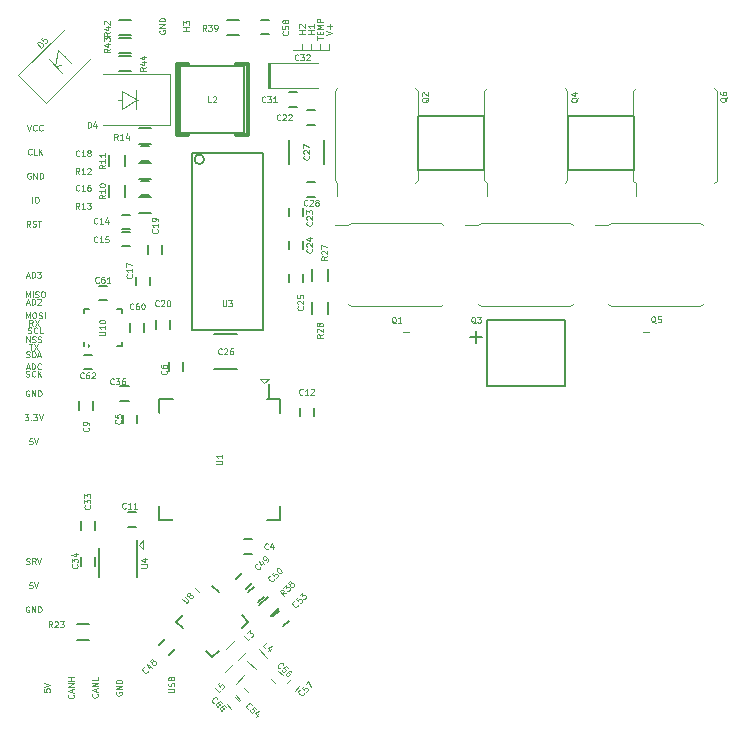
<source format=gto>
%TF.GenerationSoftware,KiCad,Pcbnew,4.0.7*%
%TF.CreationDate,2018-05-18T13:07:29+08:00*%
%TF.ProjectId,VESC_6,564553435F362E6B696361645F706362,A*%
%TF.FileFunction,Legend,Top*%
%FSLAX46Y46*%
G04 Gerber Fmt 4.6, Leading zero omitted, Abs format (unit mm)*
G04 Created by KiCad (PCBNEW 4.0.7) date 2018 May 18, Friday 13:07:29*
%MOMM*%
%LPD*%
G01*
G04 APERTURE LIST*
%ADD10C,0.100000*%
%ADD11C,0.200000*%
%ADD12C,0.203200*%
%ADD13C,0.101600*%
%ADD14C,0.150000*%
%ADD15C,0.300000*%
%ADD16C,0.127000*%
%ADD17C,0.120000*%
%ADD18C,0.152400*%
%ADD19R,1.180000X4.700000*%
%ADD20R,1.699260X1.198880*%
%ADD21O,1.699260X1.198880*%
%ADD22R,1.000000X2.500000*%
%ADD23R,1.501140X0.299720*%
%ADD24R,3.599180X7.000240*%
%ADD25R,0.700000X1.300000*%
%ADD26R,1.100000X0.850000*%
%ADD27R,1.100000X1.700000*%
%ADD28R,1.300000X0.700000*%
%ADD29R,0.850000X1.100000*%
%ADD30R,1.700000X1.100000*%
%ADD31C,3.000000*%
%ADD32R,1.198880X1.699260*%
%ADD33O,1.198880X1.699260*%
%ADD34R,0.350000X0.650000*%
%ADD35R,1.200000X0.775000*%
%ADD36O,1.100000X1.800000*%
%ADD37O,1.100000X2.200000*%
%ADD38R,5.000000X4.000000*%
%ADD39R,0.800000X0.750000*%
%ADD40R,0.750000X0.800000*%
%ADD41R,0.900000X0.500000*%
%ADD42R,0.500000X0.900000*%
%ADD43R,2.500000X1.000000*%
%ADD44R,1.950000X1.500000*%
%ADD45R,2.400000X2.400000*%
%ADD46C,2.400000*%
%ADD47R,0.304800X1.193800*%
%ADD48R,1.193800X0.304800*%
%ADD49R,2.500000X2.300000*%
%ADD50R,6.000000X5.000000*%
%ADD51C,0.900000*%
%ADD52O,0.200000X0.550000*%
%ADD53O,0.550000X0.200000*%
G04 APERTURE END LIST*
D10*
D11*
X136017000Y-59200000D02*
X136017000Y-61200000D01*
D10*
X120650000Y-82931000D02*
X120650000Y-83185000D01*
X120650000Y-82931000D02*
X120777000Y-83058000D01*
X120650000Y-83185000D02*
X120777000Y-83058000D01*
X130114000Y-103930000D02*
X129733000Y-103549000D01*
X124968000Y-99923600D02*
X125349000Y-99542600D01*
X125349000Y-99542600D02*
X125349000Y-100304600D01*
X125349000Y-100304600D02*
X124968000Y-99923600D01*
X135585200Y-86233000D02*
X135204200Y-85852000D01*
X135966200Y-85852000D02*
X135585200Y-86233000D01*
X135204200Y-85852000D02*
X135966200Y-85852000D01*
D11*
X136100000Y-59200000D02*
X136100000Y-61200000D01*
D10*
X124716540Y-62230000D02*
X124929900Y-62230000D01*
X124729240Y-61424820D02*
X124729240Y-63030100D01*
X124716540Y-62222380D02*
X123576080Y-61478160D01*
X123578620Y-63030100D02*
X124721620Y-62232540D01*
X123576080Y-61480700D02*
X123578620Y-63030100D01*
X123230640Y-62230000D02*
X123576080Y-62230000D01*
X117914420Y-59377580D02*
X117868700Y-59423300D01*
X118734840Y-58557160D02*
X118859300Y-58432700D01*
X118153180Y-58008520D02*
X119250460Y-59103260D01*
X119250460Y-59103260D02*
X117934740Y-59382660D01*
X118150640Y-58018680D02*
X117906800Y-59380120D01*
X117340380Y-58821320D02*
X118470680Y-59954160D01*
D12*
X153543000Y-81788000D02*
X153543000Y-82804000D01*
X153035000Y-82296000D02*
X154051000Y-82296000D01*
D13*
X138684000Y-58039000D02*
X141097000Y-58039000D01*
X139573000Y-58039000D02*
X139573000Y-57531000D01*
X140335000Y-58039000D02*
X140335000Y-57531000D01*
X138811000Y-58039000D02*
X138811000Y-57531000D01*
X138049000Y-58039000D02*
X138811000Y-58039000D01*
X138811000Y-58039000D02*
X138049000Y-58039000D01*
X141097000Y-58039000D02*
X141097000Y-57531000D01*
X140818810Y-56744809D02*
X141326810Y-56575476D01*
X140818810Y-56406142D01*
X141133286Y-56236809D02*
X141133286Y-55849761D01*
X141326810Y-56043285D02*
X140939762Y-56043285D01*
X140056810Y-57180238D02*
X140056810Y-56889952D01*
X140564810Y-57035095D02*
X140056810Y-57035095D01*
X140298714Y-56720619D02*
X140298714Y-56551285D01*
X140564810Y-56478714D02*
X140564810Y-56720619D01*
X140056810Y-56720619D01*
X140056810Y-56478714D01*
X140564810Y-56261000D02*
X140056810Y-56261000D01*
X140419667Y-56091666D01*
X140056810Y-55922333D01*
X140564810Y-55922333D01*
X140564810Y-55680429D02*
X140056810Y-55680429D01*
X140056810Y-55486905D01*
X140081000Y-55438524D01*
X140105190Y-55414333D01*
X140153571Y-55390143D01*
X140226143Y-55390143D01*
X140274524Y-55414333D01*
X140298714Y-55438524D01*
X140322905Y-55486905D01*
X140322905Y-55680429D01*
X139802810Y-56648048D02*
X139294810Y-56648048D01*
X139536714Y-56648048D02*
X139536714Y-56357762D01*
X139802810Y-56357762D02*
X139294810Y-56357762D01*
X139802810Y-55849762D02*
X139802810Y-56140048D01*
X139802810Y-55994905D02*
X139294810Y-55994905D01*
X139367381Y-56043286D01*
X139415762Y-56091667D01*
X139439952Y-56140048D01*
X139040810Y-56648048D02*
X138532810Y-56648048D01*
X138774714Y-56648048D02*
X138774714Y-56357762D01*
X139040810Y-56357762D02*
X138532810Y-56357762D01*
X138581190Y-56140048D02*
X138557000Y-56115858D01*
X138532810Y-56067477D01*
X138532810Y-55946524D01*
X138557000Y-55898143D01*
X138581190Y-55873953D01*
X138629571Y-55849762D01*
X138677952Y-55849762D01*
X138750524Y-55873953D01*
X139040810Y-56164239D01*
X139040810Y-55849762D01*
X129261810Y-56394048D02*
X128753810Y-56394048D01*
X128995714Y-56394048D02*
X128995714Y-56103762D01*
X129261810Y-56103762D02*
X128753810Y-56103762D01*
X128753810Y-55910239D02*
X128753810Y-55595762D01*
X128947333Y-55765096D01*
X128947333Y-55692524D01*
X128971524Y-55644143D01*
X128995714Y-55619953D01*
X129044095Y-55595762D01*
X129165048Y-55595762D01*
X129213429Y-55619953D01*
X129237619Y-55644143D01*
X129261810Y-55692524D01*
X129261810Y-55837667D01*
X129237619Y-55886048D01*
X129213429Y-55910239D01*
X126746000Y-56394047D02*
X126721810Y-56442428D01*
X126721810Y-56515000D01*
X126746000Y-56587571D01*
X126794381Y-56635952D01*
X126842762Y-56660143D01*
X126939524Y-56684333D01*
X127012095Y-56684333D01*
X127108857Y-56660143D01*
X127157238Y-56635952D01*
X127205619Y-56587571D01*
X127229810Y-56515000D01*
X127229810Y-56466619D01*
X127205619Y-56394047D01*
X127181429Y-56369857D01*
X127012095Y-56369857D01*
X127012095Y-56466619D01*
X127229810Y-56152143D02*
X126721810Y-56152143D01*
X127229810Y-55861857D01*
X126721810Y-55861857D01*
X127229810Y-55619953D02*
X126721810Y-55619953D01*
X126721810Y-55499000D01*
X126746000Y-55426429D01*
X126794381Y-55378048D01*
X126842762Y-55353857D01*
X126939524Y-55329667D01*
X127012095Y-55329667D01*
X127108857Y-55353857D01*
X127157238Y-55378048D01*
X127205619Y-55426429D01*
X127229810Y-55499000D01*
X127229810Y-55619953D01*
X115424857Y-85676619D02*
X115497428Y-85700810D01*
X115618381Y-85700810D01*
X115666762Y-85676619D01*
X115690952Y-85652429D01*
X115715143Y-85604048D01*
X115715143Y-85555667D01*
X115690952Y-85507286D01*
X115666762Y-85483095D01*
X115618381Y-85458905D01*
X115521619Y-85434714D01*
X115473238Y-85410524D01*
X115449047Y-85386333D01*
X115424857Y-85337952D01*
X115424857Y-85289571D01*
X115449047Y-85241190D01*
X115473238Y-85217000D01*
X115521619Y-85192810D01*
X115642571Y-85192810D01*
X115715143Y-85217000D01*
X116223143Y-85652429D02*
X116198953Y-85676619D01*
X116126381Y-85700810D01*
X116078000Y-85700810D01*
X116005429Y-85676619D01*
X115957048Y-85628238D01*
X115932857Y-85579857D01*
X115908667Y-85483095D01*
X115908667Y-85410524D01*
X115932857Y-85313762D01*
X115957048Y-85265381D01*
X116005429Y-85217000D01*
X116078000Y-85192810D01*
X116126381Y-85192810D01*
X116198953Y-85217000D01*
X116223143Y-85241190D01*
X116440857Y-85700810D02*
X116440857Y-85192810D01*
X116731143Y-85700810D02*
X116513429Y-85410524D01*
X116731143Y-85192810D02*
X116440857Y-85483095D01*
X115461143Y-84025619D02*
X115533714Y-84049810D01*
X115654667Y-84049810D01*
X115703048Y-84025619D01*
X115727238Y-84001429D01*
X115751429Y-83953048D01*
X115751429Y-83904667D01*
X115727238Y-83856286D01*
X115703048Y-83832095D01*
X115654667Y-83807905D01*
X115557905Y-83783714D01*
X115509524Y-83759524D01*
X115485333Y-83735333D01*
X115461143Y-83686952D01*
X115461143Y-83638571D01*
X115485333Y-83590190D01*
X115509524Y-83566000D01*
X115557905Y-83541810D01*
X115678857Y-83541810D01*
X115751429Y-83566000D01*
X115969143Y-84049810D02*
X115969143Y-83541810D01*
X116090096Y-83541810D01*
X116162667Y-83566000D01*
X116211048Y-83614381D01*
X116235239Y-83662762D01*
X116259429Y-83759524D01*
X116259429Y-83832095D01*
X116235239Y-83928857D01*
X116211048Y-83977238D01*
X116162667Y-84025619D01*
X116090096Y-84049810D01*
X115969143Y-84049810D01*
X116452953Y-83904667D02*
X116694858Y-83904667D01*
X116404572Y-84049810D02*
X116573905Y-83541810D01*
X116743239Y-84049810D01*
X115449047Y-82779810D02*
X115449047Y-82271810D01*
X115739333Y-82779810D01*
X115739333Y-82271810D01*
X115957047Y-82755619D02*
X116029618Y-82779810D01*
X116150571Y-82779810D01*
X116198952Y-82755619D01*
X116223142Y-82731429D01*
X116247333Y-82683048D01*
X116247333Y-82634667D01*
X116223142Y-82586286D01*
X116198952Y-82562095D01*
X116150571Y-82537905D01*
X116053809Y-82513714D01*
X116005428Y-82489524D01*
X115981237Y-82465333D01*
X115957047Y-82416952D01*
X115957047Y-82368571D01*
X115981237Y-82320190D01*
X116005428Y-82296000D01*
X116053809Y-82271810D01*
X116174761Y-82271810D01*
X116247333Y-82296000D01*
X116440857Y-82755619D02*
X116513428Y-82779810D01*
X116634381Y-82779810D01*
X116682762Y-82755619D01*
X116706952Y-82731429D01*
X116731143Y-82683048D01*
X116731143Y-82634667D01*
X116706952Y-82586286D01*
X116682762Y-82562095D01*
X116634381Y-82537905D01*
X116537619Y-82513714D01*
X116489238Y-82489524D01*
X116465047Y-82465333D01*
X116440857Y-82416952D01*
X116440857Y-82368571D01*
X116465047Y-82320190D01*
X116489238Y-82296000D01*
X116537619Y-82271810D01*
X116658571Y-82271810D01*
X116731143Y-82296000D01*
X115600238Y-81993619D02*
X115672809Y-82017810D01*
X115793762Y-82017810D01*
X115842143Y-81993619D01*
X115866333Y-81969429D01*
X115890524Y-81921048D01*
X115890524Y-81872667D01*
X115866333Y-81824286D01*
X115842143Y-81800095D01*
X115793762Y-81775905D01*
X115697000Y-81751714D01*
X115648619Y-81727524D01*
X115624428Y-81703333D01*
X115600238Y-81654952D01*
X115600238Y-81606571D01*
X115624428Y-81558190D01*
X115648619Y-81534000D01*
X115697000Y-81509810D01*
X115817952Y-81509810D01*
X115890524Y-81534000D01*
X116398524Y-81969429D02*
X116374334Y-81993619D01*
X116301762Y-82017810D01*
X116253381Y-82017810D01*
X116180810Y-81993619D01*
X116132429Y-81945238D01*
X116108238Y-81896857D01*
X116084048Y-81800095D01*
X116084048Y-81727524D01*
X116108238Y-81630762D01*
X116132429Y-81582381D01*
X116180810Y-81534000D01*
X116253381Y-81509810D01*
X116301762Y-81509810D01*
X116374334Y-81534000D01*
X116398524Y-81558190D01*
X116858143Y-82017810D02*
X116616238Y-82017810D01*
X116616238Y-81509810D01*
X115993333Y-81382810D02*
X115824000Y-81140905D01*
X115703047Y-81382810D02*
X115703047Y-80874810D01*
X115896571Y-80874810D01*
X115944952Y-80899000D01*
X115969143Y-80923190D01*
X115993333Y-80971571D01*
X115993333Y-81044143D01*
X115969143Y-81092524D01*
X115944952Y-81116714D01*
X115896571Y-81140905D01*
X115703047Y-81140905D01*
X116162666Y-80874810D02*
X116501333Y-81382810D01*
X116501333Y-80874810D02*
X116162666Y-81382810D01*
X115461143Y-79459667D02*
X115703048Y-79459667D01*
X115412762Y-79604810D02*
X115582095Y-79096810D01*
X115751429Y-79604810D01*
X115920762Y-79604810D02*
X115920762Y-79096810D01*
X116041715Y-79096810D01*
X116114286Y-79121000D01*
X116162667Y-79169381D01*
X116186858Y-79217762D01*
X116211048Y-79314524D01*
X116211048Y-79387095D01*
X116186858Y-79483857D01*
X116162667Y-79532238D01*
X116114286Y-79580619D01*
X116041715Y-79604810D01*
X115920762Y-79604810D01*
X116404572Y-79145190D02*
X116428762Y-79121000D01*
X116477143Y-79096810D01*
X116598096Y-79096810D01*
X116646477Y-79121000D01*
X116670667Y-79145190D01*
X116694858Y-79193571D01*
X116694858Y-79241952D01*
X116670667Y-79314524D01*
X116380381Y-79604810D01*
X116694858Y-79604810D01*
X127483810Y-112401048D02*
X127895048Y-112401048D01*
X127943429Y-112376857D01*
X127967619Y-112352667D01*
X127991810Y-112304286D01*
X127991810Y-112207524D01*
X127967619Y-112159143D01*
X127943429Y-112134952D01*
X127895048Y-112110762D01*
X127483810Y-112110762D01*
X127967619Y-111893048D02*
X127991810Y-111820477D01*
X127991810Y-111699524D01*
X127967619Y-111651143D01*
X127943429Y-111626953D01*
X127895048Y-111602762D01*
X127846667Y-111602762D01*
X127798286Y-111626953D01*
X127774095Y-111651143D01*
X127749905Y-111699524D01*
X127725714Y-111796286D01*
X127701524Y-111844667D01*
X127677333Y-111868858D01*
X127628952Y-111893048D01*
X127580571Y-111893048D01*
X127532190Y-111868858D01*
X127508000Y-111844667D01*
X127483810Y-111796286D01*
X127483810Y-111675334D01*
X127508000Y-111602762D01*
X127725714Y-111215714D02*
X127749905Y-111143143D01*
X127774095Y-111118952D01*
X127822476Y-111094762D01*
X127895048Y-111094762D01*
X127943429Y-111118952D01*
X127967619Y-111143143D01*
X127991810Y-111191524D01*
X127991810Y-111385048D01*
X127483810Y-111385048D01*
X127483810Y-111215714D01*
X127508000Y-111167333D01*
X127532190Y-111143143D01*
X127580571Y-111118952D01*
X127628952Y-111118952D01*
X127677333Y-111143143D01*
X127701524Y-111167333D01*
X127725714Y-111215714D01*
X127725714Y-111385048D01*
X123063000Y-112401047D02*
X123038810Y-112449428D01*
X123038810Y-112522000D01*
X123063000Y-112594571D01*
X123111381Y-112642952D01*
X123159762Y-112667143D01*
X123256524Y-112691333D01*
X123329095Y-112691333D01*
X123425857Y-112667143D01*
X123474238Y-112642952D01*
X123522619Y-112594571D01*
X123546810Y-112522000D01*
X123546810Y-112473619D01*
X123522619Y-112401047D01*
X123498429Y-112376857D01*
X123329095Y-112376857D01*
X123329095Y-112473619D01*
X123546810Y-112159143D02*
X123038810Y-112159143D01*
X123546810Y-111868857D01*
X123038810Y-111868857D01*
X123546810Y-111626953D02*
X123038810Y-111626953D01*
X123038810Y-111506000D01*
X123063000Y-111433429D01*
X123111381Y-111385048D01*
X123159762Y-111360857D01*
X123256524Y-111336667D01*
X123329095Y-111336667D01*
X123425857Y-111360857D01*
X123474238Y-111385048D01*
X123522619Y-111433429D01*
X123546810Y-111506000D01*
X123546810Y-111626953D01*
X121466429Y-112546190D02*
X121490619Y-112570380D01*
X121514810Y-112642952D01*
X121514810Y-112691333D01*
X121490619Y-112763904D01*
X121442238Y-112812285D01*
X121393857Y-112836476D01*
X121297095Y-112860666D01*
X121224524Y-112860666D01*
X121127762Y-112836476D01*
X121079381Y-112812285D01*
X121031000Y-112763904D01*
X121006810Y-112691333D01*
X121006810Y-112642952D01*
X121031000Y-112570380D01*
X121055190Y-112546190D01*
X121369667Y-112352666D02*
X121369667Y-112110761D01*
X121514810Y-112401047D02*
X121006810Y-112231714D01*
X121514810Y-112062380D01*
X121514810Y-111893047D02*
X121006810Y-111893047D01*
X121514810Y-111602761D01*
X121006810Y-111602761D01*
X121514810Y-111118952D02*
X121514810Y-111360857D01*
X121006810Y-111360857D01*
X119434429Y-112606666D02*
X119458619Y-112630856D01*
X119482810Y-112703428D01*
X119482810Y-112751809D01*
X119458619Y-112824380D01*
X119410238Y-112872761D01*
X119361857Y-112896952D01*
X119265095Y-112921142D01*
X119192524Y-112921142D01*
X119095762Y-112896952D01*
X119047381Y-112872761D01*
X118999000Y-112824380D01*
X118974810Y-112751809D01*
X118974810Y-112703428D01*
X118999000Y-112630856D01*
X119023190Y-112606666D01*
X119337667Y-112413142D02*
X119337667Y-112171237D01*
X119482810Y-112461523D02*
X118974810Y-112292190D01*
X119482810Y-112122856D01*
X119482810Y-111953523D02*
X118974810Y-111953523D01*
X119482810Y-111663237D01*
X118974810Y-111663237D01*
X119482810Y-111421333D02*
X118974810Y-111421333D01*
X119216714Y-111421333D02*
X119216714Y-111131047D01*
X119482810Y-111131047D02*
X118974810Y-111131047D01*
X116942810Y-112110762D02*
X116942810Y-112352667D01*
X117184714Y-112376857D01*
X117160524Y-112352667D01*
X117136333Y-112304286D01*
X117136333Y-112183333D01*
X117160524Y-112134952D01*
X117184714Y-112110762D01*
X117233095Y-112086571D01*
X117354048Y-112086571D01*
X117402429Y-112110762D01*
X117426619Y-112134952D01*
X117450810Y-112183333D01*
X117450810Y-112304286D01*
X117426619Y-112352667D01*
X117402429Y-112376857D01*
X116942810Y-111941428D02*
X117450810Y-111772095D01*
X116942810Y-111602761D01*
X115690953Y-105156000D02*
X115642572Y-105131810D01*
X115570000Y-105131810D01*
X115497429Y-105156000D01*
X115449048Y-105204381D01*
X115424857Y-105252762D01*
X115400667Y-105349524D01*
X115400667Y-105422095D01*
X115424857Y-105518857D01*
X115449048Y-105567238D01*
X115497429Y-105615619D01*
X115570000Y-105639810D01*
X115618381Y-105639810D01*
X115690953Y-105615619D01*
X115715143Y-105591429D01*
X115715143Y-105422095D01*
X115618381Y-105422095D01*
X115932857Y-105639810D02*
X115932857Y-105131810D01*
X116223143Y-105639810D01*
X116223143Y-105131810D01*
X116465047Y-105639810D02*
X116465047Y-105131810D01*
X116586000Y-105131810D01*
X116658571Y-105156000D01*
X116706952Y-105204381D01*
X116731143Y-105252762D01*
X116755333Y-105349524D01*
X116755333Y-105422095D01*
X116731143Y-105518857D01*
X116706952Y-105567238D01*
X116658571Y-105615619D01*
X116586000Y-105639810D01*
X116465047Y-105639810D01*
X115461143Y-101551619D02*
X115533714Y-101575810D01*
X115654667Y-101575810D01*
X115703048Y-101551619D01*
X115727238Y-101527429D01*
X115751429Y-101479048D01*
X115751429Y-101430667D01*
X115727238Y-101382286D01*
X115703048Y-101358095D01*
X115654667Y-101333905D01*
X115557905Y-101309714D01*
X115509524Y-101285524D01*
X115485333Y-101261333D01*
X115461143Y-101212952D01*
X115461143Y-101164571D01*
X115485333Y-101116190D01*
X115509524Y-101092000D01*
X115557905Y-101067810D01*
X115678857Y-101067810D01*
X115751429Y-101092000D01*
X116259429Y-101575810D02*
X116090096Y-101333905D01*
X115969143Y-101575810D02*
X115969143Y-101067810D01*
X116162667Y-101067810D01*
X116211048Y-101092000D01*
X116235239Y-101116190D01*
X116259429Y-101164571D01*
X116259429Y-101237143D01*
X116235239Y-101285524D01*
X116211048Y-101309714D01*
X116162667Y-101333905D01*
X115969143Y-101333905D01*
X116404572Y-101067810D02*
X116573905Y-101575810D01*
X116743239Y-101067810D01*
X115981238Y-103099810D02*
X115739333Y-103099810D01*
X115715143Y-103341714D01*
X115739333Y-103317524D01*
X115787714Y-103293333D01*
X115908667Y-103293333D01*
X115957048Y-103317524D01*
X115981238Y-103341714D01*
X116005429Y-103390095D01*
X116005429Y-103511048D01*
X115981238Y-103559429D01*
X115957048Y-103583619D01*
X115908667Y-103607810D01*
X115787714Y-103607810D01*
X115739333Y-103583619D01*
X115715143Y-103559429D01*
X116150572Y-103099810D02*
X116319905Y-103607810D01*
X116489239Y-103099810D01*
X115981238Y-90907810D02*
X115739333Y-90907810D01*
X115715143Y-91149714D01*
X115739333Y-91125524D01*
X115787714Y-91101333D01*
X115908667Y-91101333D01*
X115957048Y-91125524D01*
X115981238Y-91149714D01*
X116005429Y-91198095D01*
X116005429Y-91319048D01*
X115981238Y-91367429D01*
X115957048Y-91391619D01*
X115908667Y-91415810D01*
X115787714Y-91415810D01*
X115739333Y-91391619D01*
X115715143Y-91367429D01*
X116150572Y-90907810D02*
X116319905Y-91415810D01*
X116489239Y-90907810D01*
X115328094Y-88875810D02*
X115642571Y-88875810D01*
X115473237Y-89069333D01*
X115545809Y-89069333D01*
X115594190Y-89093524D01*
X115618380Y-89117714D01*
X115642571Y-89166095D01*
X115642571Y-89287048D01*
X115618380Y-89335429D01*
X115594190Y-89359619D01*
X115545809Y-89383810D01*
X115400666Y-89383810D01*
X115352285Y-89359619D01*
X115328094Y-89335429D01*
X115860285Y-89335429D02*
X115884476Y-89359619D01*
X115860285Y-89383810D01*
X115836095Y-89359619D01*
X115860285Y-89335429D01*
X115860285Y-89383810D01*
X116053809Y-88875810D02*
X116368286Y-88875810D01*
X116198952Y-89069333D01*
X116271524Y-89069333D01*
X116319905Y-89093524D01*
X116344095Y-89117714D01*
X116368286Y-89166095D01*
X116368286Y-89287048D01*
X116344095Y-89335429D01*
X116319905Y-89359619D01*
X116271524Y-89383810D01*
X116126381Y-89383810D01*
X116078000Y-89359619D01*
X116053809Y-89335429D01*
X116513429Y-88875810D02*
X116682762Y-89383810D01*
X116852096Y-88875810D01*
X115690953Y-86868000D02*
X115642572Y-86843810D01*
X115570000Y-86843810D01*
X115497429Y-86868000D01*
X115449048Y-86916381D01*
X115424857Y-86964762D01*
X115400667Y-87061524D01*
X115400667Y-87134095D01*
X115424857Y-87230857D01*
X115449048Y-87279238D01*
X115497429Y-87327619D01*
X115570000Y-87351810D01*
X115618381Y-87351810D01*
X115690953Y-87327619D01*
X115715143Y-87303429D01*
X115715143Y-87134095D01*
X115618381Y-87134095D01*
X115932857Y-87351810D02*
X115932857Y-86843810D01*
X116223143Y-87351810D01*
X116223143Y-86843810D01*
X116465047Y-87351810D02*
X116465047Y-86843810D01*
X116586000Y-86843810D01*
X116658571Y-86868000D01*
X116706952Y-86916381D01*
X116731143Y-86964762D01*
X116755333Y-87061524D01*
X116755333Y-87134095D01*
X116731143Y-87230857D01*
X116706952Y-87279238D01*
X116658571Y-87327619D01*
X116586000Y-87351810D01*
X116465047Y-87351810D01*
X115449048Y-84920667D02*
X115690953Y-84920667D01*
X115400667Y-85065810D02*
X115570000Y-84557810D01*
X115739334Y-85065810D01*
X115908667Y-85065810D02*
X115908667Y-84557810D01*
X116029620Y-84557810D01*
X116102191Y-84582000D01*
X116150572Y-84630381D01*
X116174763Y-84678762D01*
X116198953Y-84775524D01*
X116198953Y-84848095D01*
X116174763Y-84944857D01*
X116150572Y-84993238D01*
X116102191Y-85041619D01*
X116029620Y-85065810D01*
X115908667Y-85065810D01*
X116706953Y-85017429D02*
X116682763Y-85041619D01*
X116610191Y-85065810D01*
X116561810Y-85065810D01*
X116489239Y-85041619D01*
X116440858Y-84993238D01*
X116416667Y-84944857D01*
X116392477Y-84848095D01*
X116392477Y-84775524D01*
X116416667Y-84678762D01*
X116440858Y-84630381D01*
X116489239Y-84582000D01*
X116561810Y-84557810D01*
X116610191Y-84557810D01*
X116682763Y-84582000D01*
X116706953Y-84606190D01*
X115690952Y-82906810D02*
X115981238Y-82906810D01*
X115836095Y-83414810D02*
X115836095Y-82906810D01*
X116102190Y-82906810D02*
X116440857Y-83414810D01*
X116440857Y-82906810D02*
X116102190Y-83414810D01*
X115406714Y-80747810D02*
X115406714Y-80239810D01*
X115576048Y-80602667D01*
X115745381Y-80239810D01*
X115745381Y-80747810D01*
X116084047Y-80239810D02*
X116180809Y-80239810D01*
X116229190Y-80264000D01*
X116277571Y-80312381D01*
X116301762Y-80409143D01*
X116301762Y-80578476D01*
X116277571Y-80675238D01*
X116229190Y-80723619D01*
X116180809Y-80747810D01*
X116084047Y-80747810D01*
X116035666Y-80723619D01*
X115987285Y-80675238D01*
X115963095Y-80578476D01*
X115963095Y-80409143D01*
X115987285Y-80312381D01*
X116035666Y-80264000D01*
X116084047Y-80239810D01*
X116495285Y-80723619D02*
X116567856Y-80747810D01*
X116688809Y-80747810D01*
X116737190Y-80723619D01*
X116761380Y-80699429D01*
X116785571Y-80651048D01*
X116785571Y-80602667D01*
X116761380Y-80554286D01*
X116737190Y-80530095D01*
X116688809Y-80505905D01*
X116592047Y-80481714D01*
X116543666Y-80457524D01*
X116519475Y-80433333D01*
X116495285Y-80384952D01*
X116495285Y-80336571D01*
X116519475Y-80288190D01*
X116543666Y-80264000D01*
X116592047Y-80239810D01*
X116712999Y-80239810D01*
X116785571Y-80264000D01*
X117003285Y-80747810D02*
X117003285Y-80239810D01*
X115406714Y-78969810D02*
X115406714Y-78461810D01*
X115576048Y-78824667D01*
X115745381Y-78461810D01*
X115745381Y-78969810D01*
X115987285Y-78969810D02*
X115987285Y-78461810D01*
X116205000Y-78945619D02*
X116277571Y-78969810D01*
X116398524Y-78969810D01*
X116446905Y-78945619D01*
X116471095Y-78921429D01*
X116495286Y-78873048D01*
X116495286Y-78824667D01*
X116471095Y-78776286D01*
X116446905Y-78752095D01*
X116398524Y-78727905D01*
X116301762Y-78703714D01*
X116253381Y-78679524D01*
X116229190Y-78655333D01*
X116205000Y-78606952D01*
X116205000Y-78558571D01*
X116229190Y-78510190D01*
X116253381Y-78486000D01*
X116301762Y-78461810D01*
X116422714Y-78461810D01*
X116495286Y-78486000D01*
X116809762Y-78461810D02*
X116906524Y-78461810D01*
X116954905Y-78486000D01*
X117003286Y-78534381D01*
X117027477Y-78631143D01*
X117027477Y-78800476D01*
X117003286Y-78897238D01*
X116954905Y-78945619D01*
X116906524Y-78969810D01*
X116809762Y-78969810D01*
X116761381Y-78945619D01*
X116713000Y-78897238D01*
X116688810Y-78800476D01*
X116688810Y-78631143D01*
X116713000Y-78534381D01*
X116761381Y-78486000D01*
X116809762Y-78461810D01*
X115461143Y-77173667D02*
X115703048Y-77173667D01*
X115412762Y-77318810D02*
X115582095Y-76810810D01*
X115751429Y-77318810D01*
X115920762Y-77318810D02*
X115920762Y-76810810D01*
X116041715Y-76810810D01*
X116114286Y-76835000D01*
X116162667Y-76883381D01*
X116186858Y-76931762D01*
X116211048Y-77028524D01*
X116211048Y-77101095D01*
X116186858Y-77197857D01*
X116162667Y-77246238D01*
X116114286Y-77294619D01*
X116041715Y-77318810D01*
X115920762Y-77318810D01*
X116380381Y-76810810D02*
X116694858Y-76810810D01*
X116525524Y-77004333D01*
X116598096Y-77004333D01*
X116646477Y-77028524D01*
X116670667Y-77052714D01*
X116694858Y-77101095D01*
X116694858Y-77222048D01*
X116670667Y-77270429D01*
X116646477Y-77294619D01*
X116598096Y-77318810D01*
X116452953Y-77318810D01*
X116404572Y-77294619D01*
X116380381Y-77270429D01*
X115799809Y-73000810D02*
X115630476Y-72758905D01*
X115509523Y-73000810D02*
X115509523Y-72492810D01*
X115703047Y-72492810D01*
X115751428Y-72517000D01*
X115775619Y-72541190D01*
X115799809Y-72589571D01*
X115799809Y-72662143D01*
X115775619Y-72710524D01*
X115751428Y-72734714D01*
X115703047Y-72758905D01*
X115509523Y-72758905D01*
X115993333Y-72976619D02*
X116065904Y-73000810D01*
X116186857Y-73000810D01*
X116235238Y-72976619D01*
X116259428Y-72952429D01*
X116283619Y-72904048D01*
X116283619Y-72855667D01*
X116259428Y-72807286D01*
X116235238Y-72783095D01*
X116186857Y-72758905D01*
X116090095Y-72734714D01*
X116041714Y-72710524D01*
X116017523Y-72686333D01*
X115993333Y-72637952D01*
X115993333Y-72589571D01*
X116017523Y-72541190D01*
X116041714Y-72517000D01*
X116090095Y-72492810D01*
X116211047Y-72492810D01*
X116283619Y-72517000D01*
X116428762Y-72492810D02*
X116719048Y-72492810D01*
X116573905Y-73000810D02*
X116573905Y-72492810D01*
X115938905Y-70968810D02*
X115938905Y-70460810D01*
X116277572Y-70460810D02*
X116374334Y-70460810D01*
X116422715Y-70485000D01*
X116471096Y-70533381D01*
X116495287Y-70630143D01*
X116495287Y-70799476D01*
X116471096Y-70896238D01*
X116422715Y-70944619D01*
X116374334Y-70968810D01*
X116277572Y-70968810D01*
X116229191Y-70944619D01*
X116180810Y-70896238D01*
X116156620Y-70799476D01*
X116156620Y-70630143D01*
X116180810Y-70533381D01*
X116229191Y-70485000D01*
X116277572Y-70460810D01*
X115817953Y-68453000D02*
X115769572Y-68428810D01*
X115697000Y-68428810D01*
X115624429Y-68453000D01*
X115576048Y-68501381D01*
X115551857Y-68549762D01*
X115527667Y-68646524D01*
X115527667Y-68719095D01*
X115551857Y-68815857D01*
X115576048Y-68864238D01*
X115624429Y-68912619D01*
X115697000Y-68936810D01*
X115745381Y-68936810D01*
X115817953Y-68912619D01*
X115842143Y-68888429D01*
X115842143Y-68719095D01*
X115745381Y-68719095D01*
X116059857Y-68936810D02*
X116059857Y-68428810D01*
X116350143Y-68936810D01*
X116350143Y-68428810D01*
X116592047Y-68936810D02*
X116592047Y-68428810D01*
X116713000Y-68428810D01*
X116785571Y-68453000D01*
X116833952Y-68501381D01*
X116858143Y-68549762D01*
X116882333Y-68646524D01*
X116882333Y-68719095D01*
X116858143Y-68815857D01*
X116833952Y-68864238D01*
X116785571Y-68912619D01*
X116713000Y-68936810D01*
X116592047Y-68936810D01*
X115902619Y-66856429D02*
X115878429Y-66880619D01*
X115805857Y-66904810D01*
X115757476Y-66904810D01*
X115684905Y-66880619D01*
X115636524Y-66832238D01*
X115612333Y-66783857D01*
X115588143Y-66687095D01*
X115588143Y-66614524D01*
X115612333Y-66517762D01*
X115636524Y-66469381D01*
X115684905Y-66421000D01*
X115757476Y-66396810D01*
X115805857Y-66396810D01*
X115878429Y-66421000D01*
X115902619Y-66445190D01*
X116362238Y-66904810D02*
X116120333Y-66904810D01*
X116120333Y-66396810D01*
X116531571Y-66904810D02*
X116531571Y-66396810D01*
X116821857Y-66904810D02*
X116604143Y-66614524D01*
X116821857Y-66396810D02*
X116531571Y-66687095D01*
X115527667Y-64364810D02*
X115697000Y-64872810D01*
X115866334Y-64364810D01*
X116325953Y-64824429D02*
X116301763Y-64848619D01*
X116229191Y-64872810D01*
X116180810Y-64872810D01*
X116108239Y-64848619D01*
X116059858Y-64800238D01*
X116035667Y-64751857D01*
X116011477Y-64655095D01*
X116011477Y-64582524D01*
X116035667Y-64485762D01*
X116059858Y-64437381D01*
X116108239Y-64389000D01*
X116180810Y-64364810D01*
X116229191Y-64364810D01*
X116301763Y-64389000D01*
X116325953Y-64413190D01*
X116833953Y-64824429D02*
X116809763Y-64848619D01*
X116737191Y-64872810D01*
X116688810Y-64872810D01*
X116616239Y-64848619D01*
X116567858Y-64800238D01*
X116543667Y-64751857D01*
X116519477Y-64655095D01*
X116519477Y-64582524D01*
X116543667Y-64485762D01*
X116567858Y-64437381D01*
X116616239Y-64389000D01*
X116688810Y-64364810D01*
X116737191Y-64364810D01*
X116809763Y-64389000D01*
X116833953Y-64413190D01*
D14*
X128447000Y-65070000D02*
X128447000Y-59390000D01*
X133927000Y-65070000D02*
X128447000Y-65070000D01*
X133927000Y-59390000D02*
X133927000Y-65070000D01*
X128447000Y-59390000D02*
X133927000Y-59390000D01*
D15*
X134187000Y-65230000D02*
X133187000Y-65230000D01*
X128187000Y-65230000D02*
X129187000Y-65230000D01*
X134187000Y-59230000D02*
X133187000Y-59230000D01*
X128187000Y-59230000D02*
X129187000Y-59230000D01*
X134187000Y-65230000D02*
X134187000Y-59230000D01*
X128187000Y-59230000D02*
X128187000Y-65230000D01*
D14*
X131334000Y-85041000D02*
X133334000Y-85041000D01*
X133334000Y-82091000D02*
X131334000Y-82091000D01*
X128052751Y-108761777D02*
X127557777Y-109256751D01*
X126709249Y-108408223D02*
X127204223Y-107913249D01*
X136361249Y-105995223D02*
X136856223Y-105500249D01*
X137704751Y-106348777D02*
X137209777Y-106843751D01*
X135186150Y-105032256D02*
X135893256Y-104325150D01*
X136847850Y-105279744D02*
X136140744Y-105986850D01*
D16*
X129461260Y-66771520D02*
X129461260Y-81770220D01*
X135460740Y-81770220D02*
X135460740Y-66771520D01*
X135460740Y-81770220D02*
X129461260Y-81770220D01*
X129461260Y-66771520D02*
X135460740Y-66771520D01*
X130510478Y-67287140D02*
G75*
G03X130510478Y-67287140I-406598J0D01*
G01*
D17*
X132388614Y-108711721D02*
X133095721Y-108004614D01*
X134057386Y-108966279D02*
X133350279Y-109673386D01*
D14*
X134529751Y-103173777D02*
X134034777Y-103668751D01*
X133186249Y-102820223D02*
X133681223Y-102325249D01*
D17*
X163587960Y-72887840D02*
X164710640Y-72887840D01*
X172534000Y-72665000D02*
X164934000Y-72665000D01*
X172757360Y-72887840D02*
X172534000Y-72665000D01*
X164710640Y-72887840D02*
X164934000Y-72665000D01*
X172534000Y-79735000D02*
X164934000Y-79735000D01*
X172757360Y-79512160D02*
X172534000Y-79735000D01*
X164710640Y-79512160D02*
X164934000Y-79735000D01*
X167080840Y-70440040D02*
X167080840Y-69317360D01*
X166858000Y-61494000D02*
X166858000Y-69094000D01*
X167080840Y-61270640D02*
X166858000Y-61494000D01*
X167080840Y-69317360D02*
X166858000Y-69094000D01*
X173928000Y-61494000D02*
X173928000Y-69094000D01*
X173705160Y-61270640D02*
X173928000Y-61494000D01*
X173705160Y-69317360D02*
X173928000Y-69094000D01*
X141587960Y-72887840D02*
X142710640Y-72887840D01*
X150534000Y-72665000D02*
X142934000Y-72665000D01*
X150757360Y-72887840D02*
X150534000Y-72665000D01*
X142710640Y-72887840D02*
X142934000Y-72665000D01*
X150534000Y-79735000D02*
X142934000Y-79735000D01*
X150757360Y-79512160D02*
X150534000Y-79735000D01*
X142710640Y-79512160D02*
X142934000Y-79735000D01*
X135128279Y-108766614D02*
X135835386Y-109473721D01*
X134873721Y-110435386D02*
X134166614Y-109728279D01*
X133930386Y-110972879D02*
X133223279Y-111679986D01*
X132261614Y-110718321D02*
X132968721Y-110011214D01*
D14*
X121600000Y-100241500D02*
X121600000Y-102691500D01*
X124850000Y-99516500D02*
X124850000Y-102691500D01*
X134231559Y-106426000D02*
X133683551Y-106974008D01*
X128150441Y-106426000D02*
X128698449Y-105877992D01*
X131191000Y-109466559D02*
X131739008Y-108918551D01*
X131191000Y-103385441D02*
X131739008Y-103933449D01*
X128150441Y-106426000D02*
X128698449Y-106974008D01*
X131191000Y-109466559D02*
X130642992Y-108918551D01*
X134231559Y-106426000D02*
X133683551Y-105877992D01*
D17*
X141774840Y-70424040D02*
X141774840Y-69301360D01*
X141552000Y-61478000D02*
X141552000Y-69078000D01*
X141774840Y-61254640D02*
X141552000Y-61478000D01*
X141774840Y-69301360D02*
X141552000Y-69078000D01*
X148622000Y-61478000D02*
X148622000Y-69078000D01*
X148399160Y-61254640D02*
X148622000Y-61478000D01*
X148399160Y-69301360D02*
X148622000Y-69078000D01*
X152574960Y-72887840D02*
X153697640Y-72887840D01*
X161521000Y-72665000D02*
X153921000Y-72665000D01*
X161744360Y-72887840D02*
X161521000Y-72665000D01*
X153697640Y-72887840D02*
X153921000Y-72665000D01*
X161521000Y-79735000D02*
X153921000Y-79735000D01*
X161744360Y-79512160D02*
X161521000Y-79735000D01*
X153697640Y-79512160D02*
X153921000Y-79735000D01*
X154421840Y-70424040D02*
X154421840Y-69301360D01*
X154199000Y-61478000D02*
X154199000Y-69078000D01*
X154421840Y-61254640D02*
X154199000Y-61478000D01*
X154421840Y-69301360D02*
X154199000Y-69078000D01*
X161269000Y-61478000D02*
X161269000Y-69078000D01*
X161046160Y-61254640D02*
X161269000Y-61478000D01*
X161046160Y-69301360D02*
X161269000Y-69078000D01*
D14*
X148584000Y-68213000D02*
X148584000Y-63613000D01*
X148584000Y-63613000D02*
X154184000Y-63613000D01*
X154184000Y-63613000D02*
X154184000Y-68213000D01*
X154184000Y-68213000D02*
X148584000Y-68213000D01*
X161284000Y-68213000D02*
X161284000Y-63613000D01*
X161284000Y-63613000D02*
X166884000Y-63613000D01*
X166884000Y-63613000D02*
X166884000Y-68213000D01*
X166884000Y-68213000D02*
X161284000Y-68213000D01*
X133889000Y-99476000D02*
X134589000Y-99476000D01*
X134589000Y-100676000D02*
X133889000Y-100676000D01*
X123669500Y-89631000D02*
X123669500Y-88931000D01*
X124869500Y-88931000D02*
X124869500Y-89631000D01*
X127543000Y-85186000D02*
X127543000Y-84486000D01*
X128743000Y-84486000D02*
X128743000Y-85186000D01*
X119923000Y-88488000D02*
X119923000Y-87788000D01*
X121123000Y-87788000D02*
X121123000Y-88488000D01*
X124046500Y-97190000D02*
X124746500Y-97190000D01*
X124746500Y-98390000D02*
X124046500Y-98390000D01*
X139792000Y-88308000D02*
X139792000Y-89008000D01*
X138592000Y-89008000D02*
X138592000Y-88308000D01*
X124225800Y-73193200D02*
X123525800Y-73193200D01*
X123525800Y-71993200D02*
X124225800Y-71993200D01*
X124225800Y-74641000D02*
X123525800Y-74641000D01*
X123525800Y-73441000D02*
X124225800Y-73441000D01*
X125851400Y-70323000D02*
X125151400Y-70323000D01*
X125151400Y-69123000D02*
X125851400Y-69123000D01*
X124749000Y-77947000D02*
X124749000Y-77247000D01*
X125949000Y-77247000D02*
X125949000Y-77947000D01*
X125126000Y-66202000D02*
X125826000Y-66202000D01*
X125826000Y-67402000D02*
X125126000Y-67402000D01*
X126965000Y-74580000D02*
X126965000Y-75280000D01*
X125765000Y-75280000D02*
X125765000Y-74580000D01*
X127600000Y-80930000D02*
X127600000Y-81630000D01*
X126400000Y-81630000D02*
X126400000Y-80930000D01*
X139923000Y-64354000D02*
X139223000Y-64354000D01*
X139223000Y-63154000D02*
X139923000Y-63154000D01*
X138903000Y-71405000D02*
X138903000Y-72105000D01*
X137703000Y-72105000D02*
X137703000Y-71405000D01*
X138903000Y-74199000D02*
X138903000Y-74899000D01*
X137703000Y-74899000D02*
X137703000Y-74199000D01*
X138903000Y-76993000D02*
X138903000Y-77693000D01*
X137703000Y-77693000D02*
X137703000Y-76993000D01*
X139923000Y-70450000D02*
X139223000Y-70450000D01*
X139223000Y-69250000D02*
X139923000Y-69250000D01*
X137699000Y-61630000D02*
X138399000Y-61630000D01*
X138399000Y-62830000D02*
X137699000Y-62830000D01*
X121250000Y-97948000D02*
X121250000Y-98648000D01*
X120050000Y-98648000D02*
X120050000Y-97948000D01*
X120050000Y-101696000D02*
X120050000Y-100996000D01*
X121250000Y-100996000D02*
X121250000Y-101696000D01*
X124111500Y-87722000D02*
X123411500Y-87722000D01*
X123411500Y-86522000D02*
X124111500Y-86522000D01*
X134202249Y-103963223D02*
X134697223Y-103468249D01*
X135545751Y-104316777D02*
X135050777Y-104811751D01*
X135336800Y-55483200D02*
X136036800Y-55483200D01*
X136036800Y-56683200D02*
X135336800Y-56683200D01*
X125441000Y-81184000D02*
X125441000Y-81884000D01*
X124241000Y-81884000D02*
X124241000Y-81184000D01*
X122282000Y-79213000D02*
X121582000Y-79213000D01*
X121582000Y-78013000D02*
X122282000Y-78013000D01*
X121000000Y-85055000D02*
X120300000Y-85055000D01*
X120300000Y-83855000D02*
X121000000Y-83855000D01*
X123788800Y-69477000D02*
X123788800Y-70477000D01*
X122438800Y-70477000D02*
X122438800Y-69477000D01*
X123788800Y-66886200D02*
X123788800Y-67886200D01*
X122438800Y-67886200D02*
X122438800Y-66886200D01*
X126001400Y-68924800D02*
X125001400Y-68924800D01*
X125001400Y-67574800D02*
X126001400Y-67574800D01*
X126001400Y-71871200D02*
X125001400Y-71871200D01*
X125001400Y-70521200D02*
X126001400Y-70521200D01*
X125976000Y-66029200D02*
X124976000Y-66029200D01*
X124976000Y-64679200D02*
X125976000Y-64679200D01*
X120769000Y-107990000D02*
X119769000Y-107990000D01*
X119769000Y-106640000D02*
X120769000Y-106640000D01*
X132469000Y-55459000D02*
X133469000Y-55459000D01*
X133469000Y-56809000D02*
X132469000Y-56809000D01*
X123325000Y-55459000D02*
X124325000Y-55459000D01*
X124325000Y-56809000D02*
X123325000Y-56809000D01*
X123325000Y-56983000D02*
X124325000Y-56983000D01*
X124325000Y-58333000D02*
X123325000Y-58333000D01*
X123325000Y-58507000D02*
X124325000Y-58507000D01*
X124325000Y-59857000D02*
X123325000Y-59857000D01*
X137717000Y-65675000D02*
X137717000Y-67675000D01*
X140667000Y-67675000D02*
X140667000Y-65675000D01*
D17*
X114793111Y-60165437D02*
X117126563Y-62498889D01*
X117126563Y-62498889D02*
X120944940Y-58680513D01*
X114793111Y-60165437D02*
X118611487Y-56347060D01*
X135907000Y-59148000D02*
X140157000Y-59148000D01*
X135907000Y-61248000D02*
X140157000Y-61248000D01*
X135907000Y-59148000D02*
X135907000Y-61248000D01*
X133478117Y-113128437D02*
X133124563Y-112774883D01*
X132459883Y-113439563D02*
X132813437Y-113793117D01*
X134240117Y-112366437D02*
X133886563Y-112012883D01*
X133221883Y-112677563D02*
X133575437Y-113031117D01*
X136142883Y-111280563D02*
X136496437Y-111634117D01*
X137161117Y-110969437D02*
X136807563Y-110615883D01*
X137893437Y-111250883D02*
X137539883Y-111604437D01*
X138204563Y-112269117D02*
X138558117Y-111915563D01*
D14*
X139660000Y-77589000D02*
X139660000Y-76589000D01*
X141010000Y-76589000D02*
X141010000Y-77589000D01*
X139660000Y-80383000D02*
X139660000Y-79383000D01*
X141010000Y-79383000D02*
X141010000Y-80383000D01*
D10*
X168148000Y-81915000D02*
X167640000Y-81915000D01*
X147320000Y-81915000D02*
X147828000Y-81915000D01*
D18*
X126695200Y-87579200D02*
X126695200Y-88734736D01*
X126695200Y-97840800D02*
X127850736Y-97840800D01*
X136956800Y-97840800D02*
X136956800Y-96685264D01*
X136956800Y-87579200D02*
X135801264Y-87579200D01*
X127850736Y-87579200D02*
X126695200Y-87579200D01*
X126695200Y-96685264D02*
X126695200Y-97840800D01*
X135801264Y-97840800D02*
X136956800Y-97840800D01*
X136956800Y-88734736D02*
X136956800Y-87579200D01*
X136017000Y-87503000D02*
X136017000Y-86347464D01*
D17*
X127629000Y-64380000D02*
X127629000Y-60080000D01*
X127629000Y-60080000D02*
X121929000Y-60080000D01*
X127629000Y-64380000D02*
X121929000Y-64380000D01*
D14*
X154434000Y-80893000D02*
X161034000Y-80893000D01*
X161034000Y-80893000D02*
X161034000Y-86493000D01*
X161034000Y-86493000D02*
X154434000Y-86493000D01*
X154434000Y-86493000D02*
X154434000Y-80893000D01*
X123565000Y-83134000D02*
X123165000Y-83134000D01*
X123565000Y-83134000D02*
X123565000Y-82734000D01*
X123565000Y-79934000D02*
X123165000Y-79934000D01*
X123565000Y-79934000D02*
X123565000Y-80334000D01*
X120365000Y-79934000D02*
X120765000Y-79934000D01*
X120365000Y-79934000D02*
X120365000Y-80334000D01*
X120365000Y-83134000D02*
X120365000Y-82734000D01*
D13*
X131106333Y-62459810D02*
X130864428Y-62459810D01*
X130864428Y-61951810D01*
X131251476Y-62000190D02*
X131275666Y-61976000D01*
X131324047Y-61951810D01*
X131445000Y-61951810D01*
X131493381Y-61976000D01*
X131517571Y-62000190D01*
X131541762Y-62048571D01*
X131541762Y-62096952D01*
X131517571Y-62169524D01*
X131227285Y-62459810D01*
X131541762Y-62459810D01*
X132007428Y-83747429D02*
X131983238Y-83771619D01*
X131910666Y-83795810D01*
X131862285Y-83795810D01*
X131789714Y-83771619D01*
X131741333Y-83723238D01*
X131717142Y-83674857D01*
X131692952Y-83578095D01*
X131692952Y-83505524D01*
X131717142Y-83408762D01*
X131741333Y-83360381D01*
X131789714Y-83312000D01*
X131862285Y-83287810D01*
X131910666Y-83287810D01*
X131983238Y-83312000D01*
X132007428Y-83336190D01*
X132200952Y-83336190D02*
X132225142Y-83312000D01*
X132273523Y-83287810D01*
X132394476Y-83287810D01*
X132442857Y-83312000D01*
X132467047Y-83336190D01*
X132491238Y-83384571D01*
X132491238Y-83432952D01*
X132467047Y-83505524D01*
X132176761Y-83795810D01*
X132491238Y-83795810D01*
X132926667Y-83287810D02*
X132829905Y-83287810D01*
X132781524Y-83312000D01*
X132757333Y-83336190D01*
X132708952Y-83408762D01*
X132684762Y-83505524D01*
X132684762Y-83699048D01*
X132708952Y-83747429D01*
X132733143Y-83771619D01*
X132781524Y-83795810D01*
X132878286Y-83795810D01*
X132926667Y-83771619D01*
X132950857Y-83747429D01*
X132975048Y-83699048D01*
X132975048Y-83578095D01*
X132950857Y-83529714D01*
X132926667Y-83505524D01*
X132878286Y-83481333D01*
X132781524Y-83481333D01*
X132733143Y-83505524D01*
X132708952Y-83529714D01*
X132684762Y-83578095D01*
X125754368Y-110595211D02*
X125754368Y-110629421D01*
X125720158Y-110697843D01*
X125685947Y-110732053D01*
X125617526Y-110766263D01*
X125549105Y-110766263D01*
X125497789Y-110749158D01*
X125412263Y-110697842D01*
X125360948Y-110646526D01*
X125309631Y-110561000D01*
X125292527Y-110509684D01*
X125292527Y-110441263D01*
X125326737Y-110372843D01*
X125360948Y-110338632D01*
X125429369Y-110304421D01*
X125463579Y-110304421D01*
X125857000Y-110082053D02*
X126096474Y-110321527D01*
X125634631Y-110030738D02*
X125805684Y-110372842D01*
X126028052Y-110150474D01*
X126130684Y-109876790D02*
X126079368Y-109893895D01*
X126045158Y-109893895D01*
X125993842Y-109876790D01*
X125976737Y-109859684D01*
X125959631Y-109808369D01*
X125959632Y-109774158D01*
X125976737Y-109722843D01*
X126045158Y-109654422D01*
X126096474Y-109637316D01*
X126130684Y-109637316D01*
X126182000Y-109654421D01*
X126199105Y-109671527D01*
X126216210Y-109722843D01*
X126216210Y-109757053D01*
X126199105Y-109808369D01*
X126130684Y-109876790D01*
X126113579Y-109928105D01*
X126113579Y-109962316D01*
X126130684Y-110013632D01*
X126199105Y-110082053D01*
X126250421Y-110099159D01*
X126284631Y-110099158D01*
X126335947Y-110082053D01*
X126404369Y-110013632D01*
X126421473Y-109962316D01*
X126421473Y-109928106D01*
X126404369Y-109876790D01*
X126335947Y-109808369D01*
X126284631Y-109791264D01*
X126250421Y-109791263D01*
X126199105Y-109808369D01*
X138454368Y-105007211D02*
X138454368Y-105041421D01*
X138420158Y-105109843D01*
X138385947Y-105144053D01*
X138317526Y-105178263D01*
X138249105Y-105178263D01*
X138197789Y-105161158D01*
X138112263Y-105109842D01*
X138060948Y-105058526D01*
X138009631Y-104973000D01*
X137992527Y-104921684D01*
X137992527Y-104853263D01*
X138026737Y-104784843D01*
X138060948Y-104750632D01*
X138129369Y-104716421D01*
X138163579Y-104716421D01*
X138454368Y-104357212D02*
X138283316Y-104528264D01*
X138437263Y-104716421D01*
X138437263Y-104682211D01*
X138454368Y-104630895D01*
X138539894Y-104545368D01*
X138591211Y-104528263D01*
X138625420Y-104528263D01*
X138676737Y-104545368D01*
X138762263Y-104630895D01*
X138779368Y-104682211D01*
X138779368Y-104716421D01*
X138762263Y-104767737D01*
X138676737Y-104853264D01*
X138625420Y-104870369D01*
X138591211Y-104870369D01*
X138591211Y-104220369D02*
X138813579Y-103998001D01*
X138830684Y-104254579D01*
X138882000Y-104203263D01*
X138933316Y-104186158D01*
X138967526Y-104186158D01*
X139018842Y-104203263D01*
X139104369Y-104288790D01*
X139121473Y-104340106D01*
X139121473Y-104374316D01*
X139104369Y-104425632D01*
X139001737Y-104528263D01*
X138950421Y-104545368D01*
X138916210Y-104545369D01*
X137472579Y-104025421D02*
X137181790Y-103974105D01*
X137267316Y-104230685D02*
X136908105Y-103871474D01*
X137044948Y-103734632D01*
X137096263Y-103717527D01*
X137130474Y-103717526D01*
X137181789Y-103734632D01*
X137233105Y-103785948D01*
X137250211Y-103837263D01*
X137250210Y-103871474D01*
X137233105Y-103922790D01*
X137096263Y-104059632D01*
X137233105Y-103546475D02*
X137455474Y-103324106D01*
X137472578Y-103580685D01*
X137523894Y-103529368D01*
X137575211Y-103512263D01*
X137609420Y-103512263D01*
X137660737Y-103529368D01*
X137746263Y-103614895D01*
X137763368Y-103666211D01*
X137763368Y-103700421D01*
X137746263Y-103751737D01*
X137643632Y-103854369D01*
X137592315Y-103871474D01*
X137558105Y-103871474D01*
X137814684Y-103272790D02*
X137763368Y-103289895D01*
X137729158Y-103289895D01*
X137677842Y-103272790D01*
X137660737Y-103255684D01*
X137643631Y-103204369D01*
X137643632Y-103170158D01*
X137660737Y-103118843D01*
X137729158Y-103050422D01*
X137780474Y-103033316D01*
X137814684Y-103033316D01*
X137866000Y-103050421D01*
X137883105Y-103067527D01*
X137900210Y-103118843D01*
X137900210Y-103153053D01*
X137883105Y-103204369D01*
X137814684Y-103272790D01*
X137797579Y-103324105D01*
X137797579Y-103358316D01*
X137814684Y-103409632D01*
X137883105Y-103478053D01*
X137934421Y-103495159D01*
X137968631Y-103495158D01*
X138019947Y-103478053D01*
X138088369Y-103409632D01*
X138105473Y-103358316D01*
X138105473Y-103324106D01*
X138088369Y-103272790D01*
X138019947Y-103204369D01*
X137968631Y-103187264D01*
X137934421Y-103187263D01*
X137883105Y-103204369D01*
X132073952Y-79223810D02*
X132073952Y-79635048D01*
X132098143Y-79683429D01*
X132122333Y-79707619D01*
X132170714Y-79731810D01*
X132267476Y-79731810D01*
X132315857Y-79707619D01*
X132340048Y-79683429D01*
X132364238Y-79635048D01*
X132364238Y-79223810D01*
X132557761Y-79223810D02*
X132872238Y-79223810D01*
X132702904Y-79417333D01*
X132775476Y-79417333D01*
X132823857Y-79441524D01*
X132848047Y-79465714D01*
X132872238Y-79514095D01*
X132872238Y-79635048D01*
X132848047Y-79683429D01*
X132823857Y-79707619D01*
X132775476Y-79731810D01*
X132630333Y-79731810D01*
X132581952Y-79707619D01*
X132557761Y-79683429D01*
X134417832Y-107842168D02*
X134246779Y-108013220D01*
X133887569Y-107654010D01*
X134144147Y-107397432D02*
X134366516Y-107175063D01*
X134383620Y-107431641D01*
X134434937Y-107380325D01*
X134486253Y-107363220D01*
X134520462Y-107363220D01*
X134571779Y-107380325D01*
X134657305Y-107465852D01*
X134674410Y-107517168D01*
X134674410Y-107551378D01*
X134657305Y-107602694D01*
X134554674Y-107705326D01*
X134503358Y-107722431D01*
X134469147Y-107722431D01*
X135279368Y-101832211D02*
X135279368Y-101866421D01*
X135245158Y-101934843D01*
X135210947Y-101969053D01*
X135142526Y-102003263D01*
X135074105Y-102003263D01*
X135022789Y-101986158D01*
X134937263Y-101934842D01*
X134885948Y-101883526D01*
X134834631Y-101798000D01*
X134817527Y-101746684D01*
X134817527Y-101678263D01*
X134851737Y-101609843D01*
X134885948Y-101575632D01*
X134954369Y-101541421D01*
X134988579Y-101541421D01*
X135382000Y-101319053D02*
X135621474Y-101558527D01*
X135159631Y-101267738D02*
X135330684Y-101609842D01*
X135553052Y-101387474D01*
X135826737Y-101353263D02*
X135895158Y-101284842D01*
X135912263Y-101233526D01*
X135912263Y-101199316D01*
X135895157Y-101113790D01*
X135843842Y-101028263D01*
X135707000Y-100891421D01*
X135655684Y-100874316D01*
X135621474Y-100874316D01*
X135570158Y-100891422D01*
X135501737Y-100959843D01*
X135484632Y-101011158D01*
X135484631Y-101045369D01*
X135501737Y-101096684D01*
X135587263Y-101182211D01*
X135638579Y-101199316D01*
X135672789Y-101199316D01*
X135724105Y-101182211D01*
X135792526Y-101113790D01*
X135809631Y-101062474D01*
X135809631Y-101028264D01*
X135792526Y-100976948D01*
X168734619Y-81136190D02*
X168686238Y-81112000D01*
X168637857Y-81063619D01*
X168565286Y-80991048D01*
X168516905Y-80966857D01*
X168468524Y-80966857D01*
X168492714Y-81087810D02*
X168444333Y-81063619D01*
X168395952Y-81015238D01*
X168371762Y-80918476D01*
X168371762Y-80749143D01*
X168395952Y-80652381D01*
X168444333Y-80604000D01*
X168492714Y-80579810D01*
X168589476Y-80579810D01*
X168637857Y-80604000D01*
X168686238Y-80652381D01*
X168710429Y-80749143D01*
X168710429Y-80918476D01*
X168686238Y-81015238D01*
X168637857Y-81063619D01*
X168589476Y-81087810D01*
X168492714Y-81087810D01*
X169170047Y-80579810D02*
X168928142Y-80579810D01*
X168903952Y-80821714D01*
X168928142Y-80797524D01*
X168976523Y-80773333D01*
X169097476Y-80773333D01*
X169145857Y-80797524D01*
X169170047Y-80821714D01*
X169194238Y-80870095D01*
X169194238Y-80991048D01*
X169170047Y-81039429D01*
X169145857Y-81063619D01*
X169097476Y-81087810D01*
X168976523Y-81087810D01*
X168928142Y-81063619D01*
X168903952Y-81039429D01*
X174776190Y-62040381D02*
X174752000Y-62088762D01*
X174703619Y-62137143D01*
X174631048Y-62209714D01*
X174606857Y-62258095D01*
X174606857Y-62306476D01*
X174727810Y-62282286D02*
X174703619Y-62330667D01*
X174655238Y-62379048D01*
X174558476Y-62403238D01*
X174389143Y-62403238D01*
X174292381Y-62379048D01*
X174244000Y-62330667D01*
X174219810Y-62282286D01*
X174219810Y-62185524D01*
X174244000Y-62137143D01*
X174292381Y-62088762D01*
X174389143Y-62064571D01*
X174558476Y-62064571D01*
X174655238Y-62088762D01*
X174703619Y-62137143D01*
X174727810Y-62185524D01*
X174727810Y-62282286D01*
X174219810Y-61629143D02*
X174219810Y-61725905D01*
X174244000Y-61774286D01*
X174268190Y-61798477D01*
X174340762Y-61846858D01*
X174437524Y-61871048D01*
X174631048Y-61871048D01*
X174679429Y-61846858D01*
X174703619Y-61822667D01*
X174727810Y-61774286D01*
X174727810Y-61677524D01*
X174703619Y-61629143D01*
X174679429Y-61604953D01*
X174631048Y-61580762D01*
X174510095Y-61580762D01*
X174461714Y-61604953D01*
X174437524Y-61629143D01*
X174413333Y-61677524D01*
X174413333Y-61774286D01*
X174437524Y-61822667D01*
X174461714Y-61846858D01*
X174510095Y-61871048D01*
X146763619Y-81177190D02*
X146715238Y-81153000D01*
X146666857Y-81104619D01*
X146594286Y-81032048D01*
X146545905Y-81007857D01*
X146497524Y-81007857D01*
X146521714Y-81128810D02*
X146473333Y-81104619D01*
X146424952Y-81056238D01*
X146400762Y-80959476D01*
X146400762Y-80790143D01*
X146424952Y-80693381D01*
X146473333Y-80645000D01*
X146521714Y-80620810D01*
X146618476Y-80620810D01*
X146666857Y-80645000D01*
X146715238Y-80693381D01*
X146739429Y-80790143D01*
X146739429Y-80959476D01*
X146715238Y-81056238D01*
X146666857Y-81104619D01*
X146618476Y-81128810D01*
X146521714Y-81128810D01*
X147223238Y-81128810D02*
X146932952Y-81128810D01*
X147078095Y-81128810D02*
X147078095Y-80620810D01*
X147029714Y-80693381D01*
X146981333Y-80741762D01*
X146932952Y-80765952D01*
X135667630Y-108687632D02*
X135496578Y-108516579D01*
X135855788Y-108157369D01*
X136180788Y-108721842D02*
X135941314Y-108961316D01*
X136232104Y-108499473D02*
X135889999Y-108670526D01*
X136112367Y-108892894D01*
X131928632Y-112236369D02*
X131757579Y-112407421D01*
X131398369Y-112048211D01*
X131860211Y-111586369D02*
X131689158Y-111757422D01*
X131843105Y-111945579D01*
X131843105Y-111911369D01*
X131860210Y-111860053D01*
X131945737Y-111774526D01*
X131997053Y-111757421D01*
X132031262Y-111757421D01*
X132082579Y-111774526D01*
X132168105Y-111860053D01*
X132185210Y-111911369D01*
X132185210Y-111945579D01*
X132168105Y-111996895D01*
X132082579Y-112082422D01*
X132031262Y-112099527D01*
X131997053Y-112099527D01*
X125197810Y-101853548D02*
X125609048Y-101853548D01*
X125657429Y-101829357D01*
X125681619Y-101805167D01*
X125705810Y-101756786D01*
X125705810Y-101660024D01*
X125681619Y-101611643D01*
X125657429Y-101587452D01*
X125609048Y-101563262D01*
X125197810Y-101563262D01*
X125367143Y-101103643D02*
X125705810Y-101103643D01*
X125173619Y-101224596D02*
X125536476Y-101345548D01*
X125536476Y-101031072D01*
X128675606Y-104522974D02*
X128966395Y-104813763D01*
X129017711Y-104830868D01*
X129051921Y-104830868D01*
X129103237Y-104813763D01*
X129171658Y-104745342D01*
X129188763Y-104694026D01*
X129188764Y-104659816D01*
X129171658Y-104608500D01*
X128880869Y-104317711D01*
X129257184Y-104249290D02*
X129205868Y-104266395D01*
X129171657Y-104266396D01*
X129120342Y-104249290D01*
X129103236Y-104232184D01*
X129086131Y-104180869D01*
X129086131Y-104146658D01*
X129103237Y-104095343D01*
X129171658Y-104026922D01*
X129222974Y-104009816D01*
X129257183Y-104009816D01*
X129308500Y-104026921D01*
X129325605Y-104044027D01*
X129342710Y-104095343D01*
X129342710Y-104129553D01*
X129325605Y-104180869D01*
X129257184Y-104249290D01*
X129240078Y-104300605D01*
X129240078Y-104334817D01*
X129257184Y-104386132D01*
X129325605Y-104454553D01*
X129376921Y-104471659D01*
X129411131Y-104471658D01*
X129462447Y-104454553D01*
X129530868Y-104386132D01*
X129547973Y-104334816D01*
X129547973Y-104300606D01*
X129530868Y-104249290D01*
X129462447Y-104180869D01*
X129411131Y-104163764D01*
X129376921Y-104163763D01*
X129325605Y-104180869D01*
X149503190Y-62087881D02*
X149479000Y-62136262D01*
X149430619Y-62184643D01*
X149358048Y-62257214D01*
X149333857Y-62305595D01*
X149333857Y-62353976D01*
X149454810Y-62329786D02*
X149430619Y-62378167D01*
X149382238Y-62426548D01*
X149285476Y-62450738D01*
X149116143Y-62450738D01*
X149019381Y-62426548D01*
X148971000Y-62378167D01*
X148946810Y-62329786D01*
X148946810Y-62233024D01*
X148971000Y-62184643D01*
X149019381Y-62136262D01*
X149116143Y-62112071D01*
X149285476Y-62112071D01*
X149382238Y-62136262D01*
X149430619Y-62184643D01*
X149454810Y-62233024D01*
X149454810Y-62329786D01*
X148995190Y-61918548D02*
X148971000Y-61894358D01*
X148946810Y-61845977D01*
X148946810Y-61725024D01*
X148971000Y-61676643D01*
X148995190Y-61652453D01*
X149043571Y-61628262D01*
X149091952Y-61628262D01*
X149164524Y-61652453D01*
X149454810Y-61942739D01*
X149454810Y-61628262D01*
X153494619Y-81177190D02*
X153446238Y-81153000D01*
X153397857Y-81104619D01*
X153325286Y-81032048D01*
X153276905Y-81007857D01*
X153228524Y-81007857D01*
X153252714Y-81128810D02*
X153204333Y-81104619D01*
X153155952Y-81056238D01*
X153131762Y-80959476D01*
X153131762Y-80790143D01*
X153155952Y-80693381D01*
X153204333Y-80645000D01*
X153252714Y-80620810D01*
X153349476Y-80620810D01*
X153397857Y-80645000D01*
X153446238Y-80693381D01*
X153470429Y-80790143D01*
X153470429Y-80959476D01*
X153446238Y-81056238D01*
X153397857Y-81104619D01*
X153349476Y-81128810D01*
X153252714Y-81128810D01*
X153639761Y-80620810D02*
X153954238Y-80620810D01*
X153784904Y-80814333D01*
X153857476Y-80814333D01*
X153905857Y-80838524D01*
X153930047Y-80862714D01*
X153954238Y-80911095D01*
X153954238Y-81032048D01*
X153930047Y-81080429D01*
X153905857Y-81104619D01*
X153857476Y-81128810D01*
X153712333Y-81128810D01*
X153663952Y-81104619D01*
X153639761Y-81080429D01*
X162150190Y-62087881D02*
X162126000Y-62136262D01*
X162077619Y-62184643D01*
X162005048Y-62257214D01*
X161980857Y-62305595D01*
X161980857Y-62353976D01*
X162101810Y-62329786D02*
X162077619Y-62378167D01*
X162029238Y-62426548D01*
X161932476Y-62450738D01*
X161763143Y-62450738D01*
X161666381Y-62426548D01*
X161618000Y-62378167D01*
X161593810Y-62329786D01*
X161593810Y-62233024D01*
X161618000Y-62184643D01*
X161666381Y-62136262D01*
X161763143Y-62112071D01*
X161932476Y-62112071D01*
X162029238Y-62136262D01*
X162077619Y-62184643D01*
X162101810Y-62233024D01*
X162101810Y-62329786D01*
X161763143Y-61676643D02*
X162101810Y-61676643D01*
X161569619Y-61797596D02*
X161932476Y-61918548D01*
X161932476Y-61604072D01*
X135932333Y-100257429D02*
X135908143Y-100281619D01*
X135835571Y-100305810D01*
X135787190Y-100305810D01*
X135714619Y-100281619D01*
X135666238Y-100233238D01*
X135642047Y-100184857D01*
X135617857Y-100088095D01*
X135617857Y-100015524D01*
X135642047Y-99918762D01*
X135666238Y-99870381D01*
X135714619Y-99822000D01*
X135787190Y-99797810D01*
X135835571Y-99797810D01*
X135908143Y-99822000D01*
X135932333Y-99846190D01*
X136367762Y-99967143D02*
X136367762Y-100305810D01*
X136246809Y-99773619D02*
X136125857Y-100136476D01*
X136440333Y-100136476D01*
X123434929Y-89365667D02*
X123459119Y-89389857D01*
X123483310Y-89462429D01*
X123483310Y-89510810D01*
X123459119Y-89583381D01*
X123410738Y-89631762D01*
X123362357Y-89655953D01*
X123265595Y-89680143D01*
X123193024Y-89680143D01*
X123096262Y-89655953D01*
X123047881Y-89631762D01*
X122999500Y-89583381D01*
X122975310Y-89510810D01*
X122975310Y-89462429D01*
X122999500Y-89389857D01*
X123023690Y-89365667D01*
X122975310Y-88906048D02*
X122975310Y-89147953D01*
X123217214Y-89172143D01*
X123193024Y-89147953D01*
X123168833Y-89099572D01*
X123168833Y-88978619D01*
X123193024Y-88930238D01*
X123217214Y-88906048D01*
X123265595Y-88881857D01*
X123386548Y-88881857D01*
X123434929Y-88906048D01*
X123459119Y-88930238D01*
X123483310Y-88978619D01*
X123483310Y-89099572D01*
X123459119Y-89147953D01*
X123434929Y-89172143D01*
X127308429Y-85174667D02*
X127332619Y-85198857D01*
X127356810Y-85271429D01*
X127356810Y-85319810D01*
X127332619Y-85392381D01*
X127284238Y-85440762D01*
X127235857Y-85464953D01*
X127139095Y-85489143D01*
X127066524Y-85489143D01*
X126969762Y-85464953D01*
X126921381Y-85440762D01*
X126873000Y-85392381D01*
X126848810Y-85319810D01*
X126848810Y-85271429D01*
X126873000Y-85198857D01*
X126897190Y-85174667D01*
X126848810Y-84739238D02*
X126848810Y-84836000D01*
X126873000Y-84884381D01*
X126897190Y-84908572D01*
X126969762Y-84956953D01*
X127066524Y-84981143D01*
X127260048Y-84981143D01*
X127308429Y-84956953D01*
X127332619Y-84932762D01*
X127356810Y-84884381D01*
X127356810Y-84787619D01*
X127332619Y-84739238D01*
X127308429Y-84715048D01*
X127260048Y-84690857D01*
X127139095Y-84690857D01*
X127090714Y-84715048D01*
X127066524Y-84739238D01*
X127042333Y-84787619D01*
X127042333Y-84884381D01*
X127066524Y-84932762D01*
X127090714Y-84956953D01*
X127139095Y-84981143D01*
X120704429Y-90000667D02*
X120728619Y-90024857D01*
X120752810Y-90097429D01*
X120752810Y-90145810D01*
X120728619Y-90218381D01*
X120680238Y-90266762D01*
X120631857Y-90290953D01*
X120535095Y-90315143D01*
X120462524Y-90315143D01*
X120365762Y-90290953D01*
X120317381Y-90266762D01*
X120269000Y-90218381D01*
X120244810Y-90145810D01*
X120244810Y-90097429D01*
X120269000Y-90024857D01*
X120293190Y-90000667D01*
X120752810Y-89758762D02*
X120752810Y-89662000D01*
X120728619Y-89613619D01*
X120704429Y-89589429D01*
X120631857Y-89541048D01*
X120535095Y-89516857D01*
X120341571Y-89516857D01*
X120293190Y-89541048D01*
X120269000Y-89565238D01*
X120244810Y-89613619D01*
X120244810Y-89710381D01*
X120269000Y-89758762D01*
X120293190Y-89782953D01*
X120341571Y-89807143D01*
X120462524Y-89807143D01*
X120510905Y-89782953D01*
X120535095Y-89758762D01*
X120559286Y-89710381D01*
X120559286Y-89613619D01*
X120535095Y-89565238D01*
X120510905Y-89541048D01*
X120462524Y-89516857D01*
X123879428Y-96828429D02*
X123855238Y-96852619D01*
X123782666Y-96876810D01*
X123734285Y-96876810D01*
X123661714Y-96852619D01*
X123613333Y-96804238D01*
X123589142Y-96755857D01*
X123564952Y-96659095D01*
X123564952Y-96586524D01*
X123589142Y-96489762D01*
X123613333Y-96441381D01*
X123661714Y-96393000D01*
X123734285Y-96368810D01*
X123782666Y-96368810D01*
X123855238Y-96393000D01*
X123879428Y-96417190D01*
X124363238Y-96876810D02*
X124072952Y-96876810D01*
X124218095Y-96876810D02*
X124218095Y-96368810D01*
X124169714Y-96441381D01*
X124121333Y-96489762D01*
X124072952Y-96513952D01*
X124847048Y-96876810D02*
X124556762Y-96876810D01*
X124701905Y-96876810D02*
X124701905Y-96368810D01*
X124653524Y-96441381D01*
X124605143Y-96489762D01*
X124556762Y-96513952D01*
X138865428Y-87188429D02*
X138841238Y-87212619D01*
X138768666Y-87236810D01*
X138720285Y-87236810D01*
X138647714Y-87212619D01*
X138599333Y-87164238D01*
X138575142Y-87115857D01*
X138550952Y-87019095D01*
X138550952Y-86946524D01*
X138575142Y-86849762D01*
X138599333Y-86801381D01*
X138647714Y-86753000D01*
X138720285Y-86728810D01*
X138768666Y-86728810D01*
X138841238Y-86753000D01*
X138865428Y-86777190D01*
X139349238Y-87236810D02*
X139058952Y-87236810D01*
X139204095Y-87236810D02*
X139204095Y-86728810D01*
X139155714Y-86801381D01*
X139107333Y-86849762D01*
X139058952Y-86873952D01*
X139542762Y-86777190D02*
X139566952Y-86753000D01*
X139615333Y-86728810D01*
X139736286Y-86728810D01*
X139784667Y-86753000D01*
X139808857Y-86777190D01*
X139833048Y-86825571D01*
X139833048Y-86873952D01*
X139808857Y-86946524D01*
X139518571Y-87236810D01*
X139833048Y-87236810D01*
X121466428Y-72698429D02*
X121442238Y-72722619D01*
X121369666Y-72746810D01*
X121321285Y-72746810D01*
X121248714Y-72722619D01*
X121200333Y-72674238D01*
X121176142Y-72625857D01*
X121151952Y-72529095D01*
X121151952Y-72456524D01*
X121176142Y-72359762D01*
X121200333Y-72311381D01*
X121248714Y-72263000D01*
X121321285Y-72238810D01*
X121369666Y-72238810D01*
X121442238Y-72263000D01*
X121466428Y-72287190D01*
X121950238Y-72746810D02*
X121659952Y-72746810D01*
X121805095Y-72746810D02*
X121805095Y-72238810D01*
X121756714Y-72311381D01*
X121708333Y-72359762D01*
X121659952Y-72383952D01*
X122385667Y-72408143D02*
X122385667Y-72746810D01*
X122264714Y-72214619D02*
X122143762Y-72577476D01*
X122458238Y-72577476D01*
X121466428Y-74273229D02*
X121442238Y-74297419D01*
X121369666Y-74321610D01*
X121321285Y-74321610D01*
X121248714Y-74297419D01*
X121200333Y-74249038D01*
X121176142Y-74200657D01*
X121151952Y-74103895D01*
X121151952Y-74031324D01*
X121176142Y-73934562D01*
X121200333Y-73886181D01*
X121248714Y-73837800D01*
X121321285Y-73813610D01*
X121369666Y-73813610D01*
X121442238Y-73837800D01*
X121466428Y-73861990D01*
X121950238Y-74321610D02*
X121659952Y-74321610D01*
X121805095Y-74321610D02*
X121805095Y-73813610D01*
X121756714Y-73886181D01*
X121708333Y-73934562D01*
X121659952Y-73958752D01*
X122409857Y-73813610D02*
X122167952Y-73813610D01*
X122143762Y-74055514D01*
X122167952Y-74031324D01*
X122216333Y-74007133D01*
X122337286Y-74007133D01*
X122385667Y-74031324D01*
X122409857Y-74055514D01*
X122434048Y-74103895D01*
X122434048Y-74224848D01*
X122409857Y-74273229D01*
X122385667Y-74297419D01*
X122337286Y-74321610D01*
X122216333Y-74321610D01*
X122167952Y-74297419D01*
X122143762Y-74273229D01*
X119942428Y-69904429D02*
X119918238Y-69928619D01*
X119845666Y-69952810D01*
X119797285Y-69952810D01*
X119724714Y-69928619D01*
X119676333Y-69880238D01*
X119652142Y-69831857D01*
X119627952Y-69735095D01*
X119627952Y-69662524D01*
X119652142Y-69565762D01*
X119676333Y-69517381D01*
X119724714Y-69469000D01*
X119797285Y-69444810D01*
X119845666Y-69444810D01*
X119918238Y-69469000D01*
X119942428Y-69493190D01*
X120426238Y-69952810D02*
X120135952Y-69952810D01*
X120281095Y-69952810D02*
X120281095Y-69444810D01*
X120232714Y-69517381D01*
X120184333Y-69565762D01*
X120135952Y-69589952D01*
X120861667Y-69444810D02*
X120764905Y-69444810D01*
X120716524Y-69469000D01*
X120692333Y-69493190D01*
X120643952Y-69565762D01*
X120619762Y-69662524D01*
X120619762Y-69856048D01*
X120643952Y-69904429D01*
X120668143Y-69928619D01*
X120716524Y-69952810D01*
X120813286Y-69952810D01*
X120861667Y-69928619D01*
X120885857Y-69904429D01*
X120910048Y-69856048D01*
X120910048Y-69735095D01*
X120885857Y-69686714D01*
X120861667Y-69662524D01*
X120813286Y-69638333D01*
X120716524Y-69638333D01*
X120668143Y-69662524D01*
X120643952Y-69686714D01*
X120619762Y-69735095D01*
X124387429Y-77034572D02*
X124411619Y-77058762D01*
X124435810Y-77131334D01*
X124435810Y-77179715D01*
X124411619Y-77252286D01*
X124363238Y-77300667D01*
X124314857Y-77324858D01*
X124218095Y-77349048D01*
X124145524Y-77349048D01*
X124048762Y-77324858D01*
X124000381Y-77300667D01*
X123952000Y-77252286D01*
X123927810Y-77179715D01*
X123927810Y-77131334D01*
X123952000Y-77058762D01*
X123976190Y-77034572D01*
X124435810Y-76550762D02*
X124435810Y-76841048D01*
X124435810Y-76695905D02*
X123927810Y-76695905D01*
X124000381Y-76744286D01*
X124048762Y-76792667D01*
X124072952Y-76841048D01*
X123927810Y-76381429D02*
X123927810Y-76042762D01*
X124435810Y-76260476D01*
X119942428Y-66983429D02*
X119918238Y-67007619D01*
X119845666Y-67031810D01*
X119797285Y-67031810D01*
X119724714Y-67007619D01*
X119676333Y-66959238D01*
X119652142Y-66910857D01*
X119627952Y-66814095D01*
X119627952Y-66741524D01*
X119652142Y-66644762D01*
X119676333Y-66596381D01*
X119724714Y-66548000D01*
X119797285Y-66523810D01*
X119845666Y-66523810D01*
X119918238Y-66548000D01*
X119942428Y-66572190D01*
X120426238Y-67031810D02*
X120135952Y-67031810D01*
X120281095Y-67031810D02*
X120281095Y-66523810D01*
X120232714Y-66596381D01*
X120184333Y-66644762D01*
X120135952Y-66668952D01*
X120716524Y-66741524D02*
X120668143Y-66717333D01*
X120643952Y-66693143D01*
X120619762Y-66644762D01*
X120619762Y-66620571D01*
X120643952Y-66572190D01*
X120668143Y-66548000D01*
X120716524Y-66523810D01*
X120813286Y-66523810D01*
X120861667Y-66548000D01*
X120885857Y-66572190D01*
X120910048Y-66620571D01*
X120910048Y-66644762D01*
X120885857Y-66693143D01*
X120861667Y-66717333D01*
X120813286Y-66741524D01*
X120716524Y-66741524D01*
X120668143Y-66765714D01*
X120643952Y-66789905D01*
X120619762Y-66838286D01*
X120619762Y-66935048D01*
X120643952Y-66983429D01*
X120668143Y-67007619D01*
X120716524Y-67031810D01*
X120813286Y-67031810D01*
X120861667Y-67007619D01*
X120885857Y-66983429D01*
X120910048Y-66935048D01*
X120910048Y-66838286D01*
X120885857Y-66789905D01*
X120861667Y-66765714D01*
X120813286Y-66741524D01*
X126546429Y-73224572D02*
X126570619Y-73248762D01*
X126594810Y-73321334D01*
X126594810Y-73369715D01*
X126570619Y-73442286D01*
X126522238Y-73490667D01*
X126473857Y-73514858D01*
X126377095Y-73539048D01*
X126304524Y-73539048D01*
X126207762Y-73514858D01*
X126159381Y-73490667D01*
X126111000Y-73442286D01*
X126086810Y-73369715D01*
X126086810Y-73321334D01*
X126111000Y-73248762D01*
X126135190Y-73224572D01*
X126594810Y-72740762D02*
X126594810Y-73031048D01*
X126594810Y-72885905D02*
X126086810Y-72885905D01*
X126159381Y-72934286D01*
X126207762Y-72982667D01*
X126231952Y-73031048D01*
X126594810Y-72498857D02*
X126594810Y-72402095D01*
X126570619Y-72353714D01*
X126546429Y-72329524D01*
X126473857Y-72281143D01*
X126377095Y-72256952D01*
X126183571Y-72256952D01*
X126135190Y-72281143D01*
X126111000Y-72305333D01*
X126086810Y-72353714D01*
X126086810Y-72450476D01*
X126111000Y-72498857D01*
X126135190Y-72523048D01*
X126183571Y-72547238D01*
X126304524Y-72547238D01*
X126352905Y-72523048D01*
X126377095Y-72498857D01*
X126401286Y-72450476D01*
X126401286Y-72353714D01*
X126377095Y-72305333D01*
X126352905Y-72281143D01*
X126304524Y-72256952D01*
X126673428Y-79671429D02*
X126649238Y-79695619D01*
X126576666Y-79719810D01*
X126528285Y-79719810D01*
X126455714Y-79695619D01*
X126407333Y-79647238D01*
X126383142Y-79598857D01*
X126358952Y-79502095D01*
X126358952Y-79429524D01*
X126383142Y-79332762D01*
X126407333Y-79284381D01*
X126455714Y-79236000D01*
X126528285Y-79211810D01*
X126576666Y-79211810D01*
X126649238Y-79236000D01*
X126673428Y-79260190D01*
X126866952Y-79260190D02*
X126891142Y-79236000D01*
X126939523Y-79211810D01*
X127060476Y-79211810D01*
X127108857Y-79236000D01*
X127133047Y-79260190D01*
X127157238Y-79308571D01*
X127157238Y-79356952D01*
X127133047Y-79429524D01*
X126842761Y-79719810D01*
X127157238Y-79719810D01*
X127471714Y-79211810D02*
X127520095Y-79211810D01*
X127568476Y-79236000D01*
X127592667Y-79260190D01*
X127616857Y-79308571D01*
X127641048Y-79405333D01*
X127641048Y-79526286D01*
X127616857Y-79623048D01*
X127592667Y-79671429D01*
X127568476Y-79695619D01*
X127520095Y-79719810D01*
X127471714Y-79719810D01*
X127423333Y-79695619D01*
X127399143Y-79671429D01*
X127374952Y-79623048D01*
X127350762Y-79526286D01*
X127350762Y-79405333D01*
X127374952Y-79308571D01*
X127399143Y-79260190D01*
X127423333Y-79236000D01*
X127471714Y-79211810D01*
X136960428Y-63935429D02*
X136936238Y-63959619D01*
X136863666Y-63983810D01*
X136815285Y-63983810D01*
X136742714Y-63959619D01*
X136694333Y-63911238D01*
X136670142Y-63862857D01*
X136645952Y-63766095D01*
X136645952Y-63693524D01*
X136670142Y-63596762D01*
X136694333Y-63548381D01*
X136742714Y-63500000D01*
X136815285Y-63475810D01*
X136863666Y-63475810D01*
X136936238Y-63500000D01*
X136960428Y-63524190D01*
X137153952Y-63524190D02*
X137178142Y-63500000D01*
X137226523Y-63475810D01*
X137347476Y-63475810D01*
X137395857Y-63500000D01*
X137420047Y-63524190D01*
X137444238Y-63572571D01*
X137444238Y-63620952D01*
X137420047Y-63693524D01*
X137129761Y-63983810D01*
X137444238Y-63983810D01*
X137637762Y-63524190D02*
X137661952Y-63500000D01*
X137710333Y-63475810D01*
X137831286Y-63475810D01*
X137879667Y-63500000D01*
X137903857Y-63524190D01*
X137928048Y-63572571D01*
X137928048Y-63620952D01*
X137903857Y-63693524D01*
X137613571Y-63983810D01*
X137928048Y-63983810D01*
X139627429Y-72589572D02*
X139651619Y-72613762D01*
X139675810Y-72686334D01*
X139675810Y-72734715D01*
X139651619Y-72807286D01*
X139603238Y-72855667D01*
X139554857Y-72879858D01*
X139458095Y-72904048D01*
X139385524Y-72904048D01*
X139288762Y-72879858D01*
X139240381Y-72855667D01*
X139192000Y-72807286D01*
X139167810Y-72734715D01*
X139167810Y-72686334D01*
X139192000Y-72613762D01*
X139216190Y-72589572D01*
X139216190Y-72396048D02*
X139192000Y-72371858D01*
X139167810Y-72323477D01*
X139167810Y-72202524D01*
X139192000Y-72154143D01*
X139216190Y-72129953D01*
X139264571Y-72105762D01*
X139312952Y-72105762D01*
X139385524Y-72129953D01*
X139675810Y-72420239D01*
X139675810Y-72105762D01*
X139167810Y-71936429D02*
X139167810Y-71621952D01*
X139361333Y-71791286D01*
X139361333Y-71718714D01*
X139385524Y-71670333D01*
X139409714Y-71646143D01*
X139458095Y-71621952D01*
X139579048Y-71621952D01*
X139627429Y-71646143D01*
X139651619Y-71670333D01*
X139675810Y-71718714D01*
X139675810Y-71863857D01*
X139651619Y-71912238D01*
X139627429Y-71936429D01*
X139627429Y-74875572D02*
X139651619Y-74899762D01*
X139675810Y-74972334D01*
X139675810Y-75020715D01*
X139651619Y-75093286D01*
X139603238Y-75141667D01*
X139554857Y-75165858D01*
X139458095Y-75190048D01*
X139385524Y-75190048D01*
X139288762Y-75165858D01*
X139240381Y-75141667D01*
X139192000Y-75093286D01*
X139167810Y-75020715D01*
X139167810Y-74972334D01*
X139192000Y-74899762D01*
X139216190Y-74875572D01*
X139216190Y-74682048D02*
X139192000Y-74657858D01*
X139167810Y-74609477D01*
X139167810Y-74488524D01*
X139192000Y-74440143D01*
X139216190Y-74415953D01*
X139264571Y-74391762D01*
X139312952Y-74391762D01*
X139385524Y-74415953D01*
X139675810Y-74706239D01*
X139675810Y-74391762D01*
X139337143Y-73956333D02*
X139675810Y-73956333D01*
X139143619Y-74077286D02*
X139506476Y-74198238D01*
X139506476Y-73883762D01*
X138865429Y-79752372D02*
X138889619Y-79776562D01*
X138913810Y-79849134D01*
X138913810Y-79897515D01*
X138889619Y-79970086D01*
X138841238Y-80018467D01*
X138792857Y-80042658D01*
X138696095Y-80066848D01*
X138623524Y-80066848D01*
X138526762Y-80042658D01*
X138478381Y-80018467D01*
X138430000Y-79970086D01*
X138405810Y-79897515D01*
X138405810Y-79849134D01*
X138430000Y-79776562D01*
X138454190Y-79752372D01*
X138454190Y-79558848D02*
X138430000Y-79534658D01*
X138405810Y-79486277D01*
X138405810Y-79365324D01*
X138430000Y-79316943D01*
X138454190Y-79292753D01*
X138502571Y-79268562D01*
X138550952Y-79268562D01*
X138623524Y-79292753D01*
X138913810Y-79583039D01*
X138913810Y-79268562D01*
X138405810Y-78808943D02*
X138405810Y-79050848D01*
X138647714Y-79075038D01*
X138623524Y-79050848D01*
X138599333Y-79002467D01*
X138599333Y-78881514D01*
X138623524Y-78833133D01*
X138647714Y-78808943D01*
X138696095Y-78784752D01*
X138817048Y-78784752D01*
X138865429Y-78808943D01*
X138889619Y-78833133D01*
X138913810Y-78881514D01*
X138913810Y-79002467D01*
X138889619Y-79050848D01*
X138865429Y-79075038D01*
X139246428Y-71174429D02*
X139222238Y-71198619D01*
X139149666Y-71222810D01*
X139101285Y-71222810D01*
X139028714Y-71198619D01*
X138980333Y-71150238D01*
X138956142Y-71101857D01*
X138931952Y-71005095D01*
X138931952Y-70932524D01*
X138956142Y-70835762D01*
X138980333Y-70787381D01*
X139028714Y-70739000D01*
X139101285Y-70714810D01*
X139149666Y-70714810D01*
X139222238Y-70739000D01*
X139246428Y-70763190D01*
X139439952Y-70763190D02*
X139464142Y-70739000D01*
X139512523Y-70714810D01*
X139633476Y-70714810D01*
X139681857Y-70739000D01*
X139706047Y-70763190D01*
X139730238Y-70811571D01*
X139730238Y-70859952D01*
X139706047Y-70932524D01*
X139415761Y-71222810D01*
X139730238Y-71222810D01*
X140020524Y-70932524D02*
X139972143Y-70908333D01*
X139947952Y-70884143D01*
X139923762Y-70835762D01*
X139923762Y-70811571D01*
X139947952Y-70763190D01*
X139972143Y-70739000D01*
X140020524Y-70714810D01*
X140117286Y-70714810D01*
X140165667Y-70739000D01*
X140189857Y-70763190D01*
X140214048Y-70811571D01*
X140214048Y-70835762D01*
X140189857Y-70884143D01*
X140165667Y-70908333D01*
X140117286Y-70932524D01*
X140020524Y-70932524D01*
X139972143Y-70956714D01*
X139947952Y-70980905D01*
X139923762Y-71029286D01*
X139923762Y-71126048D01*
X139947952Y-71174429D01*
X139972143Y-71198619D01*
X140020524Y-71222810D01*
X140117286Y-71222810D01*
X140165667Y-71198619D01*
X140189857Y-71174429D01*
X140214048Y-71126048D01*
X140214048Y-71029286D01*
X140189857Y-70980905D01*
X140165667Y-70956714D01*
X140117286Y-70932524D01*
X135690428Y-62411429D02*
X135666238Y-62435619D01*
X135593666Y-62459810D01*
X135545285Y-62459810D01*
X135472714Y-62435619D01*
X135424333Y-62387238D01*
X135400142Y-62338857D01*
X135375952Y-62242095D01*
X135375952Y-62169524D01*
X135400142Y-62072762D01*
X135424333Y-62024381D01*
X135472714Y-61976000D01*
X135545285Y-61951810D01*
X135593666Y-61951810D01*
X135666238Y-61976000D01*
X135690428Y-62000190D01*
X135859761Y-61951810D02*
X136174238Y-61951810D01*
X136004904Y-62145333D01*
X136077476Y-62145333D01*
X136125857Y-62169524D01*
X136150047Y-62193714D01*
X136174238Y-62242095D01*
X136174238Y-62363048D01*
X136150047Y-62411429D01*
X136125857Y-62435619D01*
X136077476Y-62459810D01*
X135932333Y-62459810D01*
X135883952Y-62435619D01*
X135859761Y-62411429D01*
X136658048Y-62459810D02*
X136367762Y-62459810D01*
X136512905Y-62459810D02*
X136512905Y-61951810D01*
X136464524Y-62024381D01*
X136416143Y-62072762D01*
X136367762Y-62096952D01*
X120831429Y-96592572D02*
X120855619Y-96616762D01*
X120879810Y-96689334D01*
X120879810Y-96737715D01*
X120855619Y-96810286D01*
X120807238Y-96858667D01*
X120758857Y-96882858D01*
X120662095Y-96907048D01*
X120589524Y-96907048D01*
X120492762Y-96882858D01*
X120444381Y-96858667D01*
X120396000Y-96810286D01*
X120371810Y-96737715D01*
X120371810Y-96689334D01*
X120396000Y-96616762D01*
X120420190Y-96592572D01*
X120371810Y-96423239D02*
X120371810Y-96108762D01*
X120565333Y-96278096D01*
X120565333Y-96205524D01*
X120589524Y-96157143D01*
X120613714Y-96132953D01*
X120662095Y-96108762D01*
X120783048Y-96108762D01*
X120831429Y-96132953D01*
X120855619Y-96157143D01*
X120879810Y-96205524D01*
X120879810Y-96350667D01*
X120855619Y-96399048D01*
X120831429Y-96423239D01*
X120371810Y-95939429D02*
X120371810Y-95624952D01*
X120565333Y-95794286D01*
X120565333Y-95721714D01*
X120589524Y-95673333D01*
X120613714Y-95649143D01*
X120662095Y-95624952D01*
X120783048Y-95624952D01*
X120831429Y-95649143D01*
X120855619Y-95673333D01*
X120879810Y-95721714D01*
X120879810Y-95866857D01*
X120855619Y-95915238D01*
X120831429Y-95939429D01*
X119764629Y-101596372D02*
X119788819Y-101620562D01*
X119813010Y-101693134D01*
X119813010Y-101741515D01*
X119788819Y-101814086D01*
X119740438Y-101862467D01*
X119692057Y-101886658D01*
X119595295Y-101910848D01*
X119522724Y-101910848D01*
X119425962Y-101886658D01*
X119377581Y-101862467D01*
X119329200Y-101814086D01*
X119305010Y-101741515D01*
X119305010Y-101693134D01*
X119329200Y-101620562D01*
X119353390Y-101596372D01*
X119305010Y-101427039D02*
X119305010Y-101112562D01*
X119498533Y-101281896D01*
X119498533Y-101209324D01*
X119522724Y-101160943D01*
X119546914Y-101136753D01*
X119595295Y-101112562D01*
X119716248Y-101112562D01*
X119764629Y-101136753D01*
X119788819Y-101160943D01*
X119813010Y-101209324D01*
X119813010Y-101354467D01*
X119788819Y-101402848D01*
X119764629Y-101427039D01*
X119474343Y-100677133D02*
X119813010Y-100677133D01*
X119280819Y-100798086D02*
X119643676Y-100919038D01*
X119643676Y-100604562D01*
X122863428Y-86287429D02*
X122839238Y-86311619D01*
X122766666Y-86335810D01*
X122718285Y-86335810D01*
X122645714Y-86311619D01*
X122597333Y-86263238D01*
X122573142Y-86214857D01*
X122548952Y-86118095D01*
X122548952Y-86045524D01*
X122573142Y-85948762D01*
X122597333Y-85900381D01*
X122645714Y-85852000D01*
X122718285Y-85827810D01*
X122766666Y-85827810D01*
X122839238Y-85852000D01*
X122863428Y-85876190D01*
X123032761Y-85827810D02*
X123347238Y-85827810D01*
X123177904Y-86021333D01*
X123250476Y-86021333D01*
X123298857Y-86045524D01*
X123323047Y-86069714D01*
X123347238Y-86118095D01*
X123347238Y-86239048D01*
X123323047Y-86287429D01*
X123298857Y-86311619D01*
X123250476Y-86335810D01*
X123105333Y-86335810D01*
X123056952Y-86311619D01*
X123032761Y-86287429D01*
X123782667Y-85827810D02*
X123685905Y-85827810D01*
X123637524Y-85852000D01*
X123613333Y-85876190D01*
X123564952Y-85948762D01*
X123540762Y-86045524D01*
X123540762Y-86239048D01*
X123564952Y-86287429D01*
X123589143Y-86311619D01*
X123637524Y-86335810D01*
X123734286Y-86335810D01*
X123782667Y-86311619D01*
X123806857Y-86287429D01*
X123831048Y-86239048D01*
X123831048Y-86118095D01*
X123806857Y-86069714D01*
X123782667Y-86045524D01*
X123734286Y-86021333D01*
X123637524Y-86021333D01*
X123589143Y-86045524D01*
X123564952Y-86069714D01*
X123540762Y-86118095D01*
X136422368Y-102848211D02*
X136422368Y-102882421D01*
X136388158Y-102950843D01*
X136353947Y-102985053D01*
X136285526Y-103019263D01*
X136217105Y-103019263D01*
X136165789Y-103002158D01*
X136080263Y-102950842D01*
X136028948Y-102899526D01*
X135977631Y-102814000D01*
X135960527Y-102762684D01*
X135960527Y-102694263D01*
X135994737Y-102625843D01*
X136028948Y-102591632D01*
X136097369Y-102557421D01*
X136131579Y-102557421D01*
X136422368Y-102198212D02*
X136251316Y-102369264D01*
X136405263Y-102557421D01*
X136405263Y-102523211D01*
X136422368Y-102471895D01*
X136507894Y-102386368D01*
X136559211Y-102369263D01*
X136593420Y-102369263D01*
X136644737Y-102386368D01*
X136730263Y-102471895D01*
X136747368Y-102523211D01*
X136747368Y-102557421D01*
X136730263Y-102608737D01*
X136644737Y-102694264D01*
X136593420Y-102711369D01*
X136559211Y-102711369D01*
X136661842Y-101958738D02*
X136696053Y-101924527D01*
X136747368Y-101907422D01*
X136781579Y-101907421D01*
X136832894Y-101924527D01*
X136918421Y-101975842D01*
X137003947Y-102061369D01*
X137055263Y-102146895D01*
X137072369Y-102198211D01*
X137072368Y-102232421D01*
X137055263Y-102283738D01*
X137021052Y-102317948D01*
X136969736Y-102335053D01*
X136935526Y-102335053D01*
X136884210Y-102317948D01*
X136798684Y-102266632D01*
X136713158Y-102181105D01*
X136661841Y-102095579D01*
X136644737Y-102044263D01*
X136644737Y-102010053D01*
X136661842Y-101958738D01*
X137595429Y-56460572D02*
X137619619Y-56484762D01*
X137643810Y-56557334D01*
X137643810Y-56605715D01*
X137619619Y-56678286D01*
X137571238Y-56726667D01*
X137522857Y-56750858D01*
X137426095Y-56775048D01*
X137353524Y-56775048D01*
X137256762Y-56750858D01*
X137208381Y-56726667D01*
X137160000Y-56678286D01*
X137135810Y-56605715D01*
X137135810Y-56557334D01*
X137160000Y-56484762D01*
X137184190Y-56460572D01*
X137135810Y-56000953D02*
X137135810Y-56242858D01*
X137377714Y-56267048D01*
X137353524Y-56242858D01*
X137329333Y-56194477D01*
X137329333Y-56073524D01*
X137353524Y-56025143D01*
X137377714Y-56000953D01*
X137426095Y-55976762D01*
X137547048Y-55976762D01*
X137595429Y-56000953D01*
X137619619Y-56025143D01*
X137643810Y-56073524D01*
X137643810Y-56194477D01*
X137619619Y-56242858D01*
X137595429Y-56267048D01*
X137353524Y-55686476D02*
X137329333Y-55734857D01*
X137305143Y-55759048D01*
X137256762Y-55783238D01*
X137232571Y-55783238D01*
X137184190Y-55759048D01*
X137160000Y-55734857D01*
X137135810Y-55686476D01*
X137135810Y-55589714D01*
X137160000Y-55541333D01*
X137184190Y-55517143D01*
X137232571Y-55492952D01*
X137256762Y-55492952D01*
X137305143Y-55517143D01*
X137329333Y-55541333D01*
X137353524Y-55589714D01*
X137353524Y-55686476D01*
X137377714Y-55734857D01*
X137401905Y-55759048D01*
X137450286Y-55783238D01*
X137547048Y-55783238D01*
X137595429Y-55759048D01*
X137619619Y-55734857D01*
X137643810Y-55686476D01*
X137643810Y-55589714D01*
X137619619Y-55541333D01*
X137595429Y-55517143D01*
X137547048Y-55492952D01*
X137450286Y-55492952D01*
X137401905Y-55517143D01*
X137377714Y-55541333D01*
X137353524Y-55589714D01*
X124514428Y-79937429D02*
X124490238Y-79961619D01*
X124417666Y-79985810D01*
X124369285Y-79985810D01*
X124296714Y-79961619D01*
X124248333Y-79913238D01*
X124224142Y-79864857D01*
X124199952Y-79768095D01*
X124199952Y-79695524D01*
X124224142Y-79598762D01*
X124248333Y-79550381D01*
X124296714Y-79502000D01*
X124369285Y-79477810D01*
X124417666Y-79477810D01*
X124490238Y-79502000D01*
X124514428Y-79526190D01*
X124949857Y-79477810D02*
X124853095Y-79477810D01*
X124804714Y-79502000D01*
X124780523Y-79526190D01*
X124732142Y-79598762D01*
X124707952Y-79695524D01*
X124707952Y-79889048D01*
X124732142Y-79937429D01*
X124756333Y-79961619D01*
X124804714Y-79985810D01*
X124901476Y-79985810D01*
X124949857Y-79961619D01*
X124974047Y-79937429D01*
X124998238Y-79889048D01*
X124998238Y-79768095D01*
X124974047Y-79719714D01*
X124949857Y-79695524D01*
X124901476Y-79671333D01*
X124804714Y-79671333D01*
X124756333Y-79695524D01*
X124732142Y-79719714D01*
X124707952Y-79768095D01*
X125312714Y-79477810D02*
X125361095Y-79477810D01*
X125409476Y-79502000D01*
X125433667Y-79526190D01*
X125457857Y-79574571D01*
X125482048Y-79671333D01*
X125482048Y-79792286D01*
X125457857Y-79889048D01*
X125433667Y-79937429D01*
X125409476Y-79961619D01*
X125361095Y-79985810D01*
X125312714Y-79985810D01*
X125264333Y-79961619D01*
X125240143Y-79937429D01*
X125215952Y-79889048D01*
X125191762Y-79792286D01*
X125191762Y-79671333D01*
X125215952Y-79574571D01*
X125240143Y-79526190D01*
X125264333Y-79502000D01*
X125312714Y-79477810D01*
X121605428Y-77702229D02*
X121581238Y-77726419D01*
X121508666Y-77750610D01*
X121460285Y-77750610D01*
X121387714Y-77726419D01*
X121339333Y-77678038D01*
X121315142Y-77629657D01*
X121290952Y-77532895D01*
X121290952Y-77460324D01*
X121315142Y-77363562D01*
X121339333Y-77315181D01*
X121387714Y-77266800D01*
X121460285Y-77242610D01*
X121508666Y-77242610D01*
X121581238Y-77266800D01*
X121605428Y-77290990D01*
X122040857Y-77242610D02*
X121944095Y-77242610D01*
X121895714Y-77266800D01*
X121871523Y-77290990D01*
X121823142Y-77363562D01*
X121798952Y-77460324D01*
X121798952Y-77653848D01*
X121823142Y-77702229D01*
X121847333Y-77726419D01*
X121895714Y-77750610D01*
X121992476Y-77750610D01*
X122040857Y-77726419D01*
X122065047Y-77702229D01*
X122089238Y-77653848D01*
X122089238Y-77532895D01*
X122065047Y-77484514D01*
X122040857Y-77460324D01*
X121992476Y-77436133D01*
X121895714Y-77436133D01*
X121847333Y-77460324D01*
X121823142Y-77484514D01*
X121798952Y-77532895D01*
X122573048Y-77750610D02*
X122282762Y-77750610D01*
X122427905Y-77750610D02*
X122427905Y-77242610D01*
X122379524Y-77315181D01*
X122331143Y-77363562D01*
X122282762Y-77387752D01*
X120323428Y-85779429D02*
X120299238Y-85803619D01*
X120226666Y-85827810D01*
X120178285Y-85827810D01*
X120105714Y-85803619D01*
X120057333Y-85755238D01*
X120033142Y-85706857D01*
X120008952Y-85610095D01*
X120008952Y-85537524D01*
X120033142Y-85440762D01*
X120057333Y-85392381D01*
X120105714Y-85344000D01*
X120178285Y-85319810D01*
X120226666Y-85319810D01*
X120299238Y-85344000D01*
X120323428Y-85368190D01*
X120758857Y-85319810D02*
X120662095Y-85319810D01*
X120613714Y-85344000D01*
X120589523Y-85368190D01*
X120541142Y-85440762D01*
X120516952Y-85537524D01*
X120516952Y-85731048D01*
X120541142Y-85779429D01*
X120565333Y-85803619D01*
X120613714Y-85827810D01*
X120710476Y-85827810D01*
X120758857Y-85803619D01*
X120783047Y-85779429D01*
X120807238Y-85731048D01*
X120807238Y-85610095D01*
X120783047Y-85561714D01*
X120758857Y-85537524D01*
X120710476Y-85513333D01*
X120613714Y-85513333D01*
X120565333Y-85537524D01*
X120541142Y-85561714D01*
X120516952Y-85610095D01*
X121000762Y-85368190D02*
X121024952Y-85344000D01*
X121073333Y-85319810D01*
X121194286Y-85319810D01*
X121242667Y-85344000D01*
X121266857Y-85368190D01*
X121291048Y-85416571D01*
X121291048Y-85464952D01*
X121266857Y-85537524D01*
X120976571Y-85827810D01*
X121291048Y-85827810D01*
X122149810Y-70303572D02*
X121907905Y-70472905D01*
X122149810Y-70593858D02*
X121641810Y-70593858D01*
X121641810Y-70400334D01*
X121666000Y-70351953D01*
X121690190Y-70327762D01*
X121738571Y-70303572D01*
X121811143Y-70303572D01*
X121859524Y-70327762D01*
X121883714Y-70351953D01*
X121907905Y-70400334D01*
X121907905Y-70593858D01*
X122149810Y-69819762D02*
X122149810Y-70110048D01*
X122149810Y-69964905D02*
X121641810Y-69964905D01*
X121714381Y-70013286D01*
X121762762Y-70061667D01*
X121786952Y-70110048D01*
X121641810Y-69505286D02*
X121641810Y-69456905D01*
X121666000Y-69408524D01*
X121690190Y-69384333D01*
X121738571Y-69360143D01*
X121835333Y-69335952D01*
X121956286Y-69335952D01*
X122053048Y-69360143D01*
X122101429Y-69384333D01*
X122125619Y-69408524D01*
X122149810Y-69456905D01*
X122149810Y-69505286D01*
X122125619Y-69553667D01*
X122101429Y-69577857D01*
X122053048Y-69602048D01*
X121956286Y-69626238D01*
X121835333Y-69626238D01*
X121738571Y-69602048D01*
X121690190Y-69577857D01*
X121666000Y-69553667D01*
X121641810Y-69505286D01*
X122149810Y-67763572D02*
X121907905Y-67932905D01*
X122149810Y-68053858D02*
X121641810Y-68053858D01*
X121641810Y-67860334D01*
X121666000Y-67811953D01*
X121690190Y-67787762D01*
X121738571Y-67763572D01*
X121811143Y-67763572D01*
X121859524Y-67787762D01*
X121883714Y-67811953D01*
X121907905Y-67860334D01*
X121907905Y-68053858D01*
X122149810Y-67279762D02*
X122149810Y-67570048D01*
X122149810Y-67424905D02*
X121641810Y-67424905D01*
X121714381Y-67473286D01*
X121762762Y-67521667D01*
X121786952Y-67570048D01*
X122149810Y-66795952D02*
X122149810Y-67086238D01*
X122149810Y-66941095D02*
X121641810Y-66941095D01*
X121714381Y-66989476D01*
X121762762Y-67037857D01*
X121786952Y-67086238D01*
X119942428Y-68530410D02*
X119773095Y-68288505D01*
X119652142Y-68530410D02*
X119652142Y-68022410D01*
X119845666Y-68022410D01*
X119894047Y-68046600D01*
X119918238Y-68070790D01*
X119942428Y-68119171D01*
X119942428Y-68191743D01*
X119918238Y-68240124D01*
X119894047Y-68264314D01*
X119845666Y-68288505D01*
X119652142Y-68288505D01*
X120426238Y-68530410D02*
X120135952Y-68530410D01*
X120281095Y-68530410D02*
X120281095Y-68022410D01*
X120232714Y-68094981D01*
X120184333Y-68143362D01*
X120135952Y-68167552D01*
X120619762Y-68070790D02*
X120643952Y-68046600D01*
X120692333Y-68022410D01*
X120813286Y-68022410D01*
X120861667Y-68046600D01*
X120885857Y-68070790D01*
X120910048Y-68119171D01*
X120910048Y-68167552D01*
X120885857Y-68240124D01*
X120595571Y-68530410D01*
X120910048Y-68530410D01*
X119942428Y-71476810D02*
X119773095Y-71234905D01*
X119652142Y-71476810D02*
X119652142Y-70968810D01*
X119845666Y-70968810D01*
X119894047Y-70993000D01*
X119918238Y-71017190D01*
X119942428Y-71065571D01*
X119942428Y-71138143D01*
X119918238Y-71186524D01*
X119894047Y-71210714D01*
X119845666Y-71234905D01*
X119652142Y-71234905D01*
X120426238Y-71476810D02*
X120135952Y-71476810D01*
X120281095Y-71476810D02*
X120281095Y-70968810D01*
X120232714Y-71041381D01*
X120184333Y-71089762D01*
X120135952Y-71113952D01*
X120595571Y-70968810D02*
X120910048Y-70968810D01*
X120740714Y-71162333D01*
X120813286Y-71162333D01*
X120861667Y-71186524D01*
X120885857Y-71210714D01*
X120910048Y-71259095D01*
X120910048Y-71380048D01*
X120885857Y-71428429D01*
X120861667Y-71452619D01*
X120813286Y-71476810D01*
X120668143Y-71476810D01*
X120619762Y-71452619D01*
X120595571Y-71428429D01*
X123193628Y-65634810D02*
X123024295Y-65392905D01*
X122903342Y-65634810D02*
X122903342Y-65126810D01*
X123096866Y-65126810D01*
X123145247Y-65151000D01*
X123169438Y-65175190D01*
X123193628Y-65223571D01*
X123193628Y-65296143D01*
X123169438Y-65344524D01*
X123145247Y-65368714D01*
X123096866Y-65392905D01*
X122903342Y-65392905D01*
X123677438Y-65634810D02*
X123387152Y-65634810D01*
X123532295Y-65634810D02*
X123532295Y-65126810D01*
X123483914Y-65199381D01*
X123435533Y-65247762D01*
X123387152Y-65271952D01*
X124112867Y-65296143D02*
X124112867Y-65634810D01*
X123991914Y-65102619D02*
X123870962Y-65465476D01*
X124185438Y-65465476D01*
X117656428Y-106909810D02*
X117487095Y-106667905D01*
X117366142Y-106909810D02*
X117366142Y-106401810D01*
X117559666Y-106401810D01*
X117608047Y-106426000D01*
X117632238Y-106450190D01*
X117656428Y-106498571D01*
X117656428Y-106571143D01*
X117632238Y-106619524D01*
X117608047Y-106643714D01*
X117559666Y-106667905D01*
X117366142Y-106667905D01*
X117849952Y-106450190D02*
X117874142Y-106426000D01*
X117922523Y-106401810D01*
X118043476Y-106401810D01*
X118091857Y-106426000D01*
X118116047Y-106450190D01*
X118140238Y-106498571D01*
X118140238Y-106546952D01*
X118116047Y-106619524D01*
X117825761Y-106909810D01*
X118140238Y-106909810D01*
X118309571Y-106401810D02*
X118624048Y-106401810D01*
X118454714Y-106595333D01*
X118527286Y-106595333D01*
X118575667Y-106619524D01*
X118599857Y-106643714D01*
X118624048Y-106692095D01*
X118624048Y-106813048D01*
X118599857Y-106861429D01*
X118575667Y-106885619D01*
X118527286Y-106909810D01*
X118382143Y-106909810D01*
X118333762Y-106885619D01*
X118309571Y-106861429D01*
X130686628Y-56414610D02*
X130517295Y-56172705D01*
X130396342Y-56414610D02*
X130396342Y-55906610D01*
X130589866Y-55906610D01*
X130638247Y-55930800D01*
X130662438Y-55954990D01*
X130686628Y-56003371D01*
X130686628Y-56075943D01*
X130662438Y-56124324D01*
X130638247Y-56148514D01*
X130589866Y-56172705D01*
X130396342Y-56172705D01*
X130855961Y-55906610D02*
X131170438Y-55906610D01*
X131001104Y-56100133D01*
X131073676Y-56100133D01*
X131122057Y-56124324D01*
X131146247Y-56148514D01*
X131170438Y-56196895D01*
X131170438Y-56317848D01*
X131146247Y-56366229D01*
X131122057Y-56390419D01*
X131073676Y-56414610D01*
X130928533Y-56414610D01*
X130880152Y-56390419D01*
X130855961Y-56366229D01*
X131412343Y-56414610D02*
X131509105Y-56414610D01*
X131557486Y-56390419D01*
X131581676Y-56366229D01*
X131630057Y-56293657D01*
X131654248Y-56196895D01*
X131654248Y-56003371D01*
X131630057Y-55954990D01*
X131605867Y-55930800D01*
X131557486Y-55906610D01*
X131460724Y-55906610D01*
X131412343Y-55930800D01*
X131388152Y-55954990D01*
X131363962Y-56003371D01*
X131363962Y-56124324D01*
X131388152Y-56172705D01*
X131412343Y-56196895D01*
X131460724Y-56221086D01*
X131557486Y-56221086D01*
X131605867Y-56196895D01*
X131630057Y-56172705D01*
X131654248Y-56124324D01*
X122526510Y-56542872D02*
X122284605Y-56712205D01*
X122526510Y-56833158D02*
X122018510Y-56833158D01*
X122018510Y-56639634D01*
X122042700Y-56591253D01*
X122066890Y-56567062D01*
X122115271Y-56542872D01*
X122187843Y-56542872D01*
X122236224Y-56567062D01*
X122260414Y-56591253D01*
X122284605Y-56639634D01*
X122284605Y-56833158D01*
X122187843Y-56107443D02*
X122526510Y-56107443D01*
X121994319Y-56228396D02*
X122357176Y-56349348D01*
X122357176Y-56034872D01*
X122066890Y-55865538D02*
X122042700Y-55841348D01*
X122018510Y-55792967D01*
X122018510Y-55672014D01*
X122042700Y-55623633D01*
X122066890Y-55599443D01*
X122115271Y-55575252D01*
X122163652Y-55575252D01*
X122236224Y-55599443D01*
X122526510Y-55889729D01*
X122526510Y-55575252D01*
X122526510Y-57939872D02*
X122284605Y-58109205D01*
X122526510Y-58230158D02*
X122018510Y-58230158D01*
X122018510Y-58036634D01*
X122042700Y-57988253D01*
X122066890Y-57964062D01*
X122115271Y-57939872D01*
X122187843Y-57939872D01*
X122236224Y-57964062D01*
X122260414Y-57988253D01*
X122284605Y-58036634D01*
X122284605Y-58230158D01*
X122187843Y-57504443D02*
X122526510Y-57504443D01*
X121994319Y-57625396D02*
X122357176Y-57746348D01*
X122357176Y-57431872D01*
X122018510Y-57286729D02*
X122018510Y-56972252D01*
X122212033Y-57141586D01*
X122212033Y-57069014D01*
X122236224Y-57020633D01*
X122260414Y-56996443D01*
X122308795Y-56972252D01*
X122429748Y-56972252D01*
X122478129Y-56996443D01*
X122502319Y-57020633D01*
X122526510Y-57069014D01*
X122526510Y-57214157D01*
X122502319Y-57262538D01*
X122478129Y-57286729D01*
X125578810Y-59508572D02*
X125336905Y-59677905D01*
X125578810Y-59798858D02*
X125070810Y-59798858D01*
X125070810Y-59605334D01*
X125095000Y-59556953D01*
X125119190Y-59532762D01*
X125167571Y-59508572D01*
X125240143Y-59508572D01*
X125288524Y-59532762D01*
X125312714Y-59556953D01*
X125336905Y-59605334D01*
X125336905Y-59798858D01*
X125240143Y-59073143D02*
X125578810Y-59073143D01*
X125046619Y-59194096D02*
X125409476Y-59315048D01*
X125409476Y-59000572D01*
X125240143Y-58589333D02*
X125578810Y-58589333D01*
X125046619Y-58710286D02*
X125409476Y-58831238D01*
X125409476Y-58516762D01*
X139373429Y-67001572D02*
X139397619Y-67025762D01*
X139421810Y-67098334D01*
X139421810Y-67146715D01*
X139397619Y-67219286D01*
X139349238Y-67267667D01*
X139300857Y-67291858D01*
X139204095Y-67316048D01*
X139131524Y-67316048D01*
X139034762Y-67291858D01*
X138986381Y-67267667D01*
X138938000Y-67219286D01*
X138913810Y-67146715D01*
X138913810Y-67098334D01*
X138938000Y-67025762D01*
X138962190Y-67001572D01*
X138962190Y-66808048D02*
X138938000Y-66783858D01*
X138913810Y-66735477D01*
X138913810Y-66614524D01*
X138938000Y-66566143D01*
X138962190Y-66541953D01*
X139010571Y-66517762D01*
X139058952Y-66517762D01*
X139131524Y-66541953D01*
X139421810Y-66832239D01*
X139421810Y-66517762D01*
X138913810Y-66348429D02*
X138913810Y-66009762D01*
X139421810Y-66227476D01*
X116737368Y-57831632D02*
X116378158Y-57472422D01*
X116463685Y-57386895D01*
X116532105Y-57352685D01*
X116600526Y-57352685D01*
X116651842Y-57369789D01*
X116737368Y-57421106D01*
X116788684Y-57472421D01*
X116840000Y-57557947D01*
X116857105Y-57609263D01*
X116857105Y-57677684D01*
X116822895Y-57746105D01*
X116737368Y-57831632D01*
X116908421Y-56942159D02*
X116737368Y-57113212D01*
X116891315Y-57301368D01*
X116891315Y-57267159D01*
X116908420Y-57215842D01*
X116993947Y-57130316D01*
X117045263Y-57113211D01*
X117079473Y-57113211D01*
X117130789Y-57130316D01*
X117216316Y-57215842D01*
X117233421Y-57267159D01*
X117233421Y-57301368D01*
X117216316Y-57352685D01*
X117130789Y-57438211D01*
X117079473Y-57455316D01*
X117045263Y-57455316D01*
X138484428Y-58855429D02*
X138460238Y-58879619D01*
X138387666Y-58903810D01*
X138339285Y-58903810D01*
X138266714Y-58879619D01*
X138218333Y-58831238D01*
X138194142Y-58782857D01*
X138169952Y-58686095D01*
X138169952Y-58613524D01*
X138194142Y-58516762D01*
X138218333Y-58468381D01*
X138266714Y-58420000D01*
X138339285Y-58395810D01*
X138387666Y-58395810D01*
X138460238Y-58420000D01*
X138484428Y-58444190D01*
X138653761Y-58395810D02*
X138968238Y-58395810D01*
X138798904Y-58589333D01*
X138871476Y-58589333D01*
X138919857Y-58613524D01*
X138944047Y-58637714D01*
X138968238Y-58686095D01*
X138968238Y-58807048D01*
X138944047Y-58855429D01*
X138919857Y-58879619D01*
X138871476Y-58903810D01*
X138726333Y-58903810D01*
X138677952Y-58879619D01*
X138653761Y-58855429D01*
X139161762Y-58444190D02*
X139185952Y-58420000D01*
X139234333Y-58395810D01*
X139355286Y-58395810D01*
X139403667Y-58420000D01*
X139427857Y-58444190D01*
X139452048Y-58492571D01*
X139452048Y-58540952D01*
X139427857Y-58613524D01*
X139137571Y-58903810D01*
X139452048Y-58903810D01*
X131339788Y-113308368D02*
X131305578Y-113308368D01*
X131237156Y-113274158D01*
X131202946Y-113239947D01*
X131168736Y-113171526D01*
X131168736Y-113103105D01*
X131185841Y-113051789D01*
X131237157Y-112966263D01*
X131288473Y-112914948D01*
X131373999Y-112863631D01*
X131425315Y-112846527D01*
X131493736Y-112846527D01*
X131562156Y-112880737D01*
X131596367Y-112914948D01*
X131630578Y-112983369D01*
X131630578Y-113017579D01*
X131989787Y-113308368D02*
X131818735Y-113137316D01*
X131630578Y-113291263D01*
X131664788Y-113291263D01*
X131716104Y-113308368D01*
X131801631Y-113393894D01*
X131818736Y-113445211D01*
X131818736Y-113479420D01*
X131801631Y-113530737D01*
X131716104Y-113616263D01*
X131664788Y-113633368D01*
X131630578Y-113633368D01*
X131579262Y-113616263D01*
X131493735Y-113530737D01*
X131476630Y-113479420D01*
X131476630Y-113445211D01*
X132331893Y-113650474D02*
X132160840Y-113479421D01*
X131972683Y-113633368D01*
X132006893Y-113633368D01*
X132058209Y-113650473D01*
X132143736Y-113736000D01*
X132160841Y-113787316D01*
X132160841Y-113821526D01*
X132143736Y-113872842D01*
X132058209Y-113958369D01*
X132006893Y-113975473D01*
X131972683Y-113975473D01*
X131921367Y-113958369D01*
X131835840Y-113872842D01*
X131818736Y-113821526D01*
X131818736Y-113787316D01*
X134260789Y-113816368D02*
X134226579Y-113816368D01*
X134158157Y-113782158D01*
X134123947Y-113747947D01*
X134089737Y-113679526D01*
X134089737Y-113611105D01*
X134106842Y-113559789D01*
X134158158Y-113474263D01*
X134209474Y-113422948D01*
X134295000Y-113371631D01*
X134346316Y-113354527D01*
X134414737Y-113354527D01*
X134483157Y-113388737D01*
X134517368Y-113422948D01*
X134551579Y-113491369D01*
X134551579Y-113525579D01*
X134910788Y-113816368D02*
X134739736Y-113645316D01*
X134551579Y-113799263D01*
X134585789Y-113799263D01*
X134637105Y-113816368D01*
X134722632Y-113901894D01*
X134739737Y-113953211D01*
X134739737Y-113987420D01*
X134722632Y-114038737D01*
X134637105Y-114124263D01*
X134585789Y-114141368D01*
X134551579Y-114141368D01*
X134500263Y-114124263D01*
X134414736Y-114038737D01*
X134397631Y-113987420D01*
X134397631Y-113953211D01*
X135116052Y-114261105D02*
X134876579Y-114500579D01*
X135167368Y-114038737D02*
X134825263Y-114209789D01*
X135047631Y-114432157D01*
X136927789Y-110387368D02*
X136893579Y-110387368D01*
X136825157Y-110353158D01*
X136790947Y-110318947D01*
X136756737Y-110250526D01*
X136756737Y-110182105D01*
X136773842Y-110130789D01*
X136825158Y-110045263D01*
X136876474Y-109993948D01*
X136962000Y-109942631D01*
X137013316Y-109925527D01*
X137081737Y-109925527D01*
X137150157Y-109959737D01*
X137184368Y-109993948D01*
X137218579Y-110062369D01*
X137218579Y-110096579D01*
X137577788Y-110387368D02*
X137406736Y-110216316D01*
X137218579Y-110370263D01*
X137252789Y-110370263D01*
X137304105Y-110387368D01*
X137389632Y-110472894D01*
X137406737Y-110524211D01*
X137406737Y-110558420D01*
X137389632Y-110609737D01*
X137304105Y-110695263D01*
X137252789Y-110712368D01*
X137218579Y-110712368D01*
X137167263Y-110695263D01*
X137081736Y-110609737D01*
X137064631Y-110558420D01*
X137064631Y-110524211D01*
X137902789Y-110712369D02*
X137834368Y-110643948D01*
X137783052Y-110626842D01*
X137748842Y-110626841D01*
X137663315Y-110643947D01*
X137577789Y-110695263D01*
X137440947Y-110832105D01*
X137423841Y-110883421D01*
X137423842Y-110917631D01*
X137440947Y-110968947D01*
X137509368Y-111037369D01*
X137560684Y-111054473D01*
X137594894Y-111054473D01*
X137646210Y-111037369D01*
X137731737Y-110951842D01*
X137748842Y-110900526D01*
X137748842Y-110866316D01*
X137731737Y-110815000D01*
X137663316Y-110746579D01*
X137612000Y-110729474D01*
X137577789Y-110729473D01*
X137526474Y-110746579D01*
X138962368Y-112500211D02*
X138962368Y-112534421D01*
X138928158Y-112602843D01*
X138893947Y-112637053D01*
X138825526Y-112671263D01*
X138757105Y-112671263D01*
X138705789Y-112654158D01*
X138620263Y-112602842D01*
X138568948Y-112551526D01*
X138517631Y-112466000D01*
X138500527Y-112414684D01*
X138500527Y-112346263D01*
X138534737Y-112277843D01*
X138568948Y-112243632D01*
X138637369Y-112209421D01*
X138671579Y-112209421D01*
X138962368Y-111850212D02*
X138791316Y-112021264D01*
X138945263Y-112209421D01*
X138945263Y-112175211D01*
X138962368Y-112123895D01*
X139047894Y-112038368D01*
X139099211Y-112021263D01*
X139133420Y-112021263D01*
X139184737Y-112038368D01*
X139270263Y-112123895D01*
X139287368Y-112175211D01*
X139287368Y-112209421D01*
X139270263Y-112260737D01*
X139184737Y-112346264D01*
X139133420Y-112363369D01*
X139099211Y-112363369D01*
X139099211Y-111713369D02*
X139338684Y-111473896D01*
X139543947Y-111987053D01*
X140945810Y-75510572D02*
X140703905Y-75679905D01*
X140945810Y-75800858D02*
X140437810Y-75800858D01*
X140437810Y-75607334D01*
X140462000Y-75558953D01*
X140486190Y-75534762D01*
X140534571Y-75510572D01*
X140607143Y-75510572D01*
X140655524Y-75534762D01*
X140679714Y-75558953D01*
X140703905Y-75607334D01*
X140703905Y-75800858D01*
X140486190Y-75317048D02*
X140462000Y-75292858D01*
X140437810Y-75244477D01*
X140437810Y-75123524D01*
X140462000Y-75075143D01*
X140486190Y-75050953D01*
X140534571Y-75026762D01*
X140582952Y-75026762D01*
X140655524Y-75050953D01*
X140945810Y-75341239D01*
X140945810Y-75026762D01*
X140437810Y-74857429D02*
X140437810Y-74518762D01*
X140945810Y-74736476D01*
X140564810Y-82114572D02*
X140322905Y-82283905D01*
X140564810Y-82404858D02*
X140056810Y-82404858D01*
X140056810Y-82211334D01*
X140081000Y-82162953D01*
X140105190Y-82138762D01*
X140153571Y-82114572D01*
X140226143Y-82114572D01*
X140274524Y-82138762D01*
X140298714Y-82162953D01*
X140322905Y-82211334D01*
X140322905Y-82404858D01*
X140105190Y-81921048D02*
X140081000Y-81896858D01*
X140056810Y-81848477D01*
X140056810Y-81727524D01*
X140081000Y-81679143D01*
X140105190Y-81654953D01*
X140153571Y-81630762D01*
X140201952Y-81630762D01*
X140274524Y-81654953D01*
X140564810Y-81945239D01*
X140564810Y-81630762D01*
X140274524Y-81340476D02*
X140250333Y-81388857D01*
X140226143Y-81413048D01*
X140177762Y-81437238D01*
X140153571Y-81437238D01*
X140105190Y-81413048D01*
X140081000Y-81388857D01*
X140056810Y-81340476D01*
X140056810Y-81243714D01*
X140081000Y-81195333D01*
X140105190Y-81171143D01*
X140153571Y-81146952D01*
X140177762Y-81146952D01*
X140226143Y-81171143D01*
X140250333Y-81195333D01*
X140274524Y-81243714D01*
X140274524Y-81340476D01*
X140298714Y-81388857D01*
X140322905Y-81413048D01*
X140371286Y-81437238D01*
X140468048Y-81437238D01*
X140516429Y-81413048D01*
X140540619Y-81388857D01*
X140564810Y-81340476D01*
X140564810Y-81243714D01*
X140540619Y-81195333D01*
X140516429Y-81171143D01*
X140468048Y-81146952D01*
X140371286Y-81146952D01*
X140322905Y-81171143D01*
X140298714Y-81195333D01*
X140274524Y-81243714D01*
X131547810Y-93097048D02*
X131959048Y-93097048D01*
X132007429Y-93072857D01*
X132031619Y-93048667D01*
X132055810Y-93000286D01*
X132055810Y-92903524D01*
X132031619Y-92855143D01*
X132007429Y-92830952D01*
X131959048Y-92806762D01*
X131547810Y-92806762D01*
X132055810Y-92298762D02*
X132055810Y-92589048D01*
X132055810Y-92443905D02*
X131547810Y-92443905D01*
X131620381Y-92492286D01*
X131668762Y-92540667D01*
X131692952Y-92589048D01*
X120656047Y-64618810D02*
X120656047Y-64110810D01*
X120777000Y-64110810D01*
X120849571Y-64135000D01*
X120897952Y-64183381D01*
X120922143Y-64231762D01*
X120946333Y-64328524D01*
X120946333Y-64401095D01*
X120922143Y-64497857D01*
X120897952Y-64546238D01*
X120849571Y-64594619D01*
X120777000Y-64618810D01*
X120656047Y-64618810D01*
X121381762Y-64280143D02*
X121381762Y-64618810D01*
X121260809Y-64086619D02*
X121139857Y-64449476D01*
X121454333Y-64449476D01*
X121641810Y-82174953D02*
X122053048Y-82174953D01*
X122101429Y-82150762D01*
X122125619Y-82126572D01*
X122149810Y-82078191D01*
X122149810Y-81981429D01*
X122125619Y-81933048D01*
X122101429Y-81908857D01*
X122053048Y-81884667D01*
X121641810Y-81884667D01*
X122149810Y-81376667D02*
X122149810Y-81666953D01*
X122149810Y-81521810D02*
X121641810Y-81521810D01*
X121714381Y-81570191D01*
X121762762Y-81618572D01*
X121786952Y-81666953D01*
X121641810Y-81062191D02*
X121641810Y-81013810D01*
X121666000Y-80965429D01*
X121690190Y-80941238D01*
X121738571Y-80917048D01*
X121835333Y-80892857D01*
X121956286Y-80892857D01*
X122053048Y-80917048D01*
X122101429Y-80941238D01*
X122125619Y-80965429D01*
X122149810Y-81013810D01*
X122149810Y-81062191D01*
X122125619Y-81110572D01*
X122101429Y-81134762D01*
X122053048Y-81158953D01*
X121956286Y-81183143D01*
X121835333Y-81183143D01*
X121738571Y-81158953D01*
X121690190Y-81134762D01*
X121666000Y-81110572D01*
X121641810Y-81062191D01*
%LPC*%
D19*
X129532000Y-62230000D03*
X132842000Y-62230000D03*
D20*
X117983000Y-105349040D03*
D21*
X117983000Y-101346000D03*
X117983000Y-103347520D03*
D22*
X133834000Y-83566000D03*
X130834000Y-83566000D03*
D10*
G36*
X127929008Y-107506662D02*
X128459338Y-108036992D01*
X127893652Y-108602678D01*
X127363322Y-108072348D01*
X127929008Y-107506662D01*
X127929008Y-107506662D01*
G37*
G36*
X126868348Y-108567322D02*
X127398678Y-109097652D01*
X126832992Y-109663338D01*
X126302662Y-109133008D01*
X126868348Y-108567322D01*
X126868348Y-108567322D01*
G37*
G36*
X136484992Y-107250338D02*
X135954662Y-106720008D01*
X136520348Y-106154322D01*
X137050678Y-106684652D01*
X136484992Y-107250338D01*
X136484992Y-107250338D01*
G37*
G36*
X137545652Y-106189678D02*
X137015322Y-105659348D01*
X137581008Y-105093662D01*
X138111338Y-105623992D01*
X137545652Y-106189678D01*
X137545652Y-106189678D01*
G37*
G36*
X136405909Y-104130695D02*
X137042305Y-104767091D01*
X136688751Y-105120645D01*
X136052355Y-104484249D01*
X136405909Y-104130695D01*
X136405909Y-104130695D01*
G37*
G36*
X135345249Y-105191355D02*
X135981645Y-105827751D01*
X135628091Y-106181305D01*
X134991695Y-105544909D01*
X135345249Y-105191355D01*
X135345249Y-105191355D01*
G37*
D23*
X136461500Y-76471780D03*
X136461500Y-75971400D03*
X136461500Y-75471020D03*
X136461500Y-74970640D03*
X136461500Y-74470260D03*
X136461500Y-73972420D03*
X136461500Y-73472040D03*
X136461500Y-72971660D03*
X136461500Y-72471280D03*
X136461500Y-71970900D03*
X136461500Y-71470520D03*
X136461500Y-80970120D03*
X136461500Y-80472280D03*
X136461500Y-79971900D03*
X128460500Y-75471020D03*
X136461500Y-78971140D03*
X136461500Y-78470760D03*
X136461500Y-77970380D03*
X136461500Y-77472540D03*
X136461500Y-76972160D03*
X128460500Y-72971660D03*
X128460500Y-73472040D03*
X128460500Y-73972420D03*
X128460500Y-74470260D03*
X128460500Y-74970640D03*
X136461500Y-79471520D03*
X128460500Y-75971400D03*
X128460500Y-76471780D03*
X128460500Y-76972160D03*
X128460500Y-77472540D03*
X128460500Y-77970380D03*
X128460500Y-78470760D03*
X128460500Y-78971140D03*
X128460500Y-67472560D03*
X128460500Y-67970400D03*
X128460500Y-68470780D03*
X128460500Y-68971160D03*
X128460500Y-69471540D03*
X128460500Y-69971920D03*
X128460500Y-70472300D03*
X128460500Y-70970140D03*
X128460500Y-71470520D03*
X128460500Y-71970900D03*
X128460500Y-72471280D03*
X128460500Y-79471520D03*
X128460500Y-79971900D03*
X128460500Y-80472280D03*
X128460500Y-80970120D03*
X136461500Y-70970140D03*
X136461500Y-70472300D03*
X136461500Y-69971920D03*
X136461500Y-69471540D03*
X136461500Y-68971160D03*
X136461500Y-68470780D03*
X136461500Y-67970400D03*
X136461500Y-67472560D03*
D24*
X132461000Y-74168000D03*
D10*
G36*
X133611909Y-107813695D02*
X134248305Y-108450091D01*
X133894751Y-108803645D01*
X133258355Y-108167249D01*
X133611909Y-107813695D01*
X133611909Y-107813695D01*
G37*
G36*
X132551249Y-108874355D02*
X133187645Y-109510751D01*
X132834091Y-109864305D01*
X132197695Y-109227909D01*
X132551249Y-108874355D01*
X132551249Y-108874355D01*
G37*
G36*
X134406008Y-101918662D02*
X134936338Y-102448992D01*
X134370652Y-103014678D01*
X133840322Y-102484348D01*
X134406008Y-101918662D01*
X134406008Y-101918662D01*
G37*
G36*
X133345348Y-102979322D02*
X133875678Y-103509652D01*
X133309992Y-104075338D01*
X132779662Y-103545008D01*
X133345348Y-102979322D01*
X133345348Y-102979322D01*
G37*
D25*
X166334000Y-76200000D03*
D26*
X167734000Y-75625000D03*
X167734000Y-76775000D03*
X170534000Y-76775000D03*
X170534000Y-75625000D03*
X167734000Y-74475000D03*
X170534000Y-74475000D03*
X167734000Y-77925000D03*
X170534000Y-77925000D03*
D27*
X164084000Y-76200000D03*
X164084000Y-74000000D03*
X164084000Y-78400000D03*
X173384000Y-76200000D03*
X173384000Y-78400000D03*
X173384000Y-74000000D03*
D28*
X170393000Y-67694000D03*
D29*
X169818000Y-66294000D03*
X170968000Y-66294000D03*
X170968000Y-63494000D03*
X169818000Y-63494000D03*
X168668000Y-66294000D03*
X168668000Y-63494000D03*
X172118000Y-66294000D03*
X172118000Y-63494000D03*
D30*
X170393000Y-69944000D03*
X168193000Y-69944000D03*
X172593000Y-69944000D03*
X170393000Y-60644000D03*
X172593000Y-60644000D03*
X168193000Y-60644000D03*
D25*
X144334000Y-76200000D03*
D26*
X145734000Y-75625000D03*
X145734000Y-76775000D03*
X148534000Y-76775000D03*
X148534000Y-75625000D03*
X145734000Y-74475000D03*
X148534000Y-74475000D03*
X145734000Y-77925000D03*
X148534000Y-77925000D03*
D27*
X142084000Y-76200000D03*
X142084000Y-74000000D03*
X142084000Y-78400000D03*
X151384000Y-76200000D03*
X151384000Y-78400000D03*
X151384000Y-74000000D03*
D31*
X151384000Y-58166000D03*
X164084000Y-58166000D03*
D10*
G36*
X136026305Y-109989909D02*
X135389909Y-110626305D01*
X135036355Y-110272751D01*
X135672751Y-109636355D01*
X136026305Y-109989909D01*
X136026305Y-109989909D01*
G37*
G36*
X134965645Y-108929249D02*
X134329249Y-109565645D01*
X133975695Y-109212091D01*
X134612091Y-108575695D01*
X134965645Y-108929249D01*
X134965645Y-108929249D01*
G37*
G36*
X132707091Y-111870905D02*
X132070695Y-111234509D01*
X132424249Y-110880955D01*
X133060645Y-111517351D01*
X132707091Y-111870905D01*
X132707091Y-111870905D01*
G37*
G36*
X133767751Y-110810245D02*
X133131355Y-110173849D01*
X133484909Y-109820295D01*
X134121305Y-110456691D01*
X133767751Y-110810245D01*
X133767751Y-110810245D01*
G37*
D32*
X123256040Y-109474000D03*
D33*
X119253000Y-109474000D03*
X121254520Y-109474000D03*
X117254020Y-109474000D03*
D32*
X126898480Y-58039000D03*
D33*
X130901520Y-58039000D03*
X128900000Y-58039000D03*
X132900500Y-58039000D03*
X134902020Y-58039000D03*
X136903540Y-58039000D03*
D21*
X117983000Y-79121000D03*
X117983000Y-81119980D03*
X117983000Y-83121500D03*
D20*
X117983000Y-91127580D03*
D21*
X117983000Y-87124540D03*
X117983000Y-89126060D03*
X117983000Y-85125560D03*
X117983000Y-77122020D03*
D20*
X117983000Y-72710040D03*
D21*
X117983000Y-68707000D03*
X117983000Y-70708520D03*
X117983000Y-66708020D03*
X117983000Y-64706500D03*
D34*
X124200000Y-99916500D03*
X123550000Y-99916500D03*
X122900000Y-99916500D03*
X122250000Y-99916500D03*
X122250000Y-103016500D03*
X122900000Y-103016500D03*
X123550000Y-103016500D03*
X124200000Y-103016500D03*
D35*
X122625000Y-101854000D03*
X123825000Y-101854000D03*
X122625000Y-101079000D03*
X123825000Y-101079000D03*
D10*
G36*
X130144482Y-104177400D02*
X130356614Y-103965268D01*
X130872802Y-104481456D01*
X130660670Y-104693588D01*
X130144482Y-104177400D01*
X130144482Y-104177400D01*
G37*
G36*
X129790929Y-104530954D02*
X130003061Y-104318822D01*
X130519249Y-104835010D01*
X130307117Y-105047142D01*
X129790929Y-104530954D01*
X129790929Y-104530954D01*
G37*
G36*
X129437375Y-104884507D02*
X129649507Y-104672375D01*
X130165695Y-105188563D01*
X129953563Y-105400695D01*
X129437375Y-104884507D01*
X129437375Y-104884507D01*
G37*
G36*
X129083822Y-105238061D02*
X129295954Y-105025929D01*
X129812142Y-105542117D01*
X129600010Y-105754249D01*
X129083822Y-105238061D01*
X129083822Y-105238061D01*
G37*
G36*
X128730268Y-105591614D02*
X128942400Y-105379482D01*
X129458588Y-105895670D01*
X129246456Y-106107802D01*
X128730268Y-105591614D01*
X128730268Y-105591614D01*
G37*
G36*
X128942400Y-107472518D02*
X128730268Y-107260386D01*
X129246456Y-106744198D01*
X129458588Y-106956330D01*
X128942400Y-107472518D01*
X128942400Y-107472518D01*
G37*
G36*
X129295954Y-107826071D02*
X129083822Y-107613939D01*
X129600010Y-107097751D01*
X129812142Y-107309883D01*
X129295954Y-107826071D01*
X129295954Y-107826071D01*
G37*
G36*
X129649507Y-108179625D02*
X129437375Y-107967493D01*
X129953563Y-107451305D01*
X130165695Y-107663437D01*
X129649507Y-108179625D01*
X129649507Y-108179625D01*
G37*
G36*
X130003061Y-108533178D02*
X129790929Y-108321046D01*
X130307117Y-107804858D01*
X130519249Y-108016990D01*
X130003061Y-108533178D01*
X130003061Y-108533178D01*
G37*
G36*
X130356614Y-108886732D02*
X130144482Y-108674600D01*
X130660670Y-108158412D01*
X130872802Y-108370544D01*
X130356614Y-108886732D01*
X130356614Y-108886732D01*
G37*
G36*
X131509198Y-108370544D02*
X131721330Y-108158412D01*
X132237518Y-108674600D01*
X132025386Y-108886732D01*
X131509198Y-108370544D01*
X131509198Y-108370544D01*
G37*
G36*
X131862751Y-108016990D02*
X132074883Y-107804858D01*
X132591071Y-108321046D01*
X132378939Y-108533178D01*
X131862751Y-108016990D01*
X131862751Y-108016990D01*
G37*
G36*
X132216305Y-107663437D02*
X132428437Y-107451305D01*
X132944625Y-107967493D01*
X132732493Y-108179625D01*
X132216305Y-107663437D01*
X132216305Y-107663437D01*
G37*
G36*
X132569858Y-107309883D02*
X132781990Y-107097751D01*
X133298178Y-107613939D01*
X133086046Y-107826071D01*
X132569858Y-107309883D01*
X132569858Y-107309883D01*
G37*
G36*
X132923412Y-106956330D02*
X133135544Y-106744198D01*
X133651732Y-107260386D01*
X133439600Y-107472518D01*
X132923412Y-106956330D01*
X132923412Y-106956330D01*
G37*
G36*
X133135544Y-106107802D02*
X132923412Y-105895670D01*
X133439600Y-105379482D01*
X133651732Y-105591614D01*
X133135544Y-106107802D01*
X133135544Y-106107802D01*
G37*
G36*
X132781990Y-105754249D02*
X132569858Y-105542117D01*
X133086046Y-105025929D01*
X133298178Y-105238061D01*
X132781990Y-105754249D01*
X132781990Y-105754249D01*
G37*
G36*
X132428437Y-105400695D02*
X132216305Y-105188563D01*
X132732493Y-104672375D01*
X132944625Y-104884507D01*
X132428437Y-105400695D01*
X132428437Y-105400695D01*
G37*
G36*
X132074883Y-105047142D02*
X131862751Y-104835010D01*
X132378939Y-104318822D01*
X132591071Y-104530954D01*
X132074883Y-105047142D01*
X132074883Y-105047142D01*
G37*
G36*
X131721330Y-104693588D02*
X131509198Y-104481456D01*
X132025386Y-103965268D01*
X132237518Y-104177400D01*
X131721330Y-104693588D01*
X131721330Y-104693588D01*
G37*
G36*
X130307117Y-107309883D02*
X131191000Y-106426000D01*
X132074883Y-107309883D01*
X131191000Y-108193766D01*
X130307117Y-107309883D01*
X130307117Y-107309883D01*
G37*
G36*
X131191000Y-106426000D02*
X132074883Y-105542117D01*
X132958766Y-106426000D01*
X132074883Y-107309883D01*
X131191000Y-106426000D01*
X131191000Y-106426000D01*
G37*
G36*
X129423234Y-106426000D02*
X130307117Y-105542117D01*
X131191000Y-106426000D01*
X130307117Y-107309883D01*
X129423234Y-106426000D01*
X129423234Y-106426000D01*
G37*
G36*
X130307117Y-105542117D02*
X131191000Y-104658234D01*
X132074883Y-105542117D01*
X131191000Y-106426000D01*
X130307117Y-105542117D01*
X130307117Y-105542117D01*
G37*
D28*
X145087000Y-67678000D03*
D29*
X144512000Y-66278000D03*
X145662000Y-66278000D03*
X145662000Y-63478000D03*
X144512000Y-63478000D03*
X143362000Y-66278000D03*
X143362000Y-63478000D03*
X146812000Y-66278000D03*
X146812000Y-63478000D03*
D30*
X145087000Y-69928000D03*
X142887000Y-69928000D03*
X147287000Y-69928000D03*
X145087000Y-60628000D03*
X147287000Y-60628000D03*
X142887000Y-60628000D03*
D25*
X155321000Y-76200000D03*
D26*
X156721000Y-75625000D03*
X156721000Y-76775000D03*
X159521000Y-76775000D03*
X159521000Y-75625000D03*
X156721000Y-74475000D03*
X159521000Y-74475000D03*
X156721000Y-77925000D03*
X159521000Y-77925000D03*
D27*
X153071000Y-76200000D03*
X153071000Y-74000000D03*
X153071000Y-78400000D03*
X162371000Y-76200000D03*
X162371000Y-78400000D03*
X162371000Y-74000000D03*
D28*
X157734000Y-67678000D03*
D29*
X157159000Y-66278000D03*
X158309000Y-66278000D03*
X158309000Y-63478000D03*
X157159000Y-63478000D03*
X156009000Y-66278000D03*
X156009000Y-63478000D03*
X159459000Y-66278000D03*
X159459000Y-63478000D03*
D30*
X157734000Y-69928000D03*
X155534000Y-69928000D03*
X159934000Y-69928000D03*
X157734000Y-60628000D03*
X159934000Y-60628000D03*
X155534000Y-60628000D03*
D36*
X126492000Y-107176000D03*
X126492000Y-112776000D03*
D37*
X128642000Y-109976000D03*
D38*
X151384000Y-65913000D03*
X164084000Y-65913000D03*
D39*
X133489000Y-100076000D03*
X134989000Y-100076000D03*
D40*
X124269500Y-90031000D03*
X124269500Y-88531000D03*
X128143000Y-85586000D03*
X128143000Y-84086000D03*
X120523000Y-88888000D03*
X120523000Y-87388000D03*
D39*
X123646500Y-97790000D03*
X125146500Y-97790000D03*
D40*
X139192000Y-87908000D03*
X139192000Y-89408000D03*
D39*
X124625800Y-72593200D03*
X123125800Y-72593200D03*
X124625800Y-74041000D03*
X123125800Y-74041000D03*
X126251400Y-69723000D03*
X124751400Y-69723000D03*
D40*
X125349000Y-78347000D03*
X125349000Y-76847000D03*
D39*
X124726000Y-66802000D03*
X126226000Y-66802000D03*
D40*
X126365000Y-74180000D03*
X126365000Y-75680000D03*
X127000000Y-80530000D03*
X127000000Y-82030000D03*
D39*
X140323000Y-63754000D03*
X138823000Y-63754000D03*
D40*
X138303000Y-71005000D03*
X138303000Y-72505000D03*
X138303000Y-73799000D03*
X138303000Y-75299000D03*
X138303000Y-76593000D03*
X138303000Y-78093000D03*
D39*
X140323000Y-69850000D03*
X138823000Y-69850000D03*
X137299000Y-62230000D03*
X138799000Y-62230000D03*
D40*
X120650000Y-97548000D03*
X120650000Y-99048000D03*
X120650000Y-102096000D03*
X120650000Y-100596000D03*
D39*
X124511500Y-87122000D03*
X123011500Y-87122000D03*
D10*
G36*
X134325992Y-105218338D02*
X133795662Y-104688008D01*
X134361348Y-104122322D01*
X134891678Y-104652652D01*
X134325992Y-105218338D01*
X134325992Y-105218338D01*
G37*
G36*
X135386652Y-104157678D02*
X134856322Y-103627348D01*
X135422008Y-103061662D01*
X135952338Y-103591992D01*
X135386652Y-104157678D01*
X135386652Y-104157678D01*
G37*
D39*
X134936800Y-56083200D03*
X136436800Y-56083200D03*
D40*
X124841000Y-80784000D03*
X124841000Y-82284000D03*
D39*
X122682000Y-78613000D03*
X121182000Y-78613000D03*
X121400000Y-84455000D03*
X119900000Y-84455000D03*
D41*
X123113800Y-70727000D03*
X123113800Y-69227000D03*
X123113800Y-68136200D03*
X123113800Y-66636200D03*
D42*
X124751400Y-68249800D03*
X126251400Y-68249800D03*
X124751400Y-71196200D03*
X126251400Y-71196200D03*
X124726000Y-65354200D03*
X126226000Y-65354200D03*
X119519000Y-107315000D03*
X121019000Y-107315000D03*
X133719000Y-56134000D03*
X132219000Y-56134000D03*
X124575000Y-56134000D03*
X123075000Y-56134000D03*
X124575000Y-57658000D03*
X123075000Y-57658000D03*
X124575000Y-59182000D03*
X123075000Y-59182000D03*
D43*
X139192000Y-68175000D03*
X139192000Y-65175000D03*
D10*
G36*
X116702299Y-61862494D02*
X115429506Y-60589701D01*
X117197273Y-58821934D01*
X118470066Y-60094727D01*
X116702299Y-61862494D01*
X116702299Y-61862494D01*
G37*
G36*
X119530727Y-59034066D02*
X118257934Y-57761273D01*
X120025701Y-55993506D01*
X121298494Y-57266299D01*
X119530727Y-59034066D01*
X119530727Y-59034066D01*
G37*
D44*
X137182000Y-60198000D03*
X139932000Y-60198000D03*
D10*
G36*
X132191182Y-112859736D02*
X132544736Y-112506182D01*
X132969000Y-112930446D01*
X132615446Y-113284000D01*
X132191182Y-112859736D01*
X132191182Y-112859736D01*
G37*
G36*
X132969000Y-113637554D02*
X133322554Y-113284000D01*
X133746818Y-113708264D01*
X133393264Y-114061818D01*
X132969000Y-113637554D01*
X132969000Y-113637554D01*
G37*
G36*
X132953182Y-112097736D02*
X133306736Y-111744182D01*
X133731000Y-112168446D01*
X133377446Y-112522000D01*
X132953182Y-112097736D01*
X132953182Y-112097736D01*
G37*
G36*
X133731000Y-112875554D02*
X134084554Y-112522000D01*
X134508818Y-112946264D01*
X134155264Y-113299818D01*
X133731000Y-112875554D01*
X133731000Y-112875554D01*
G37*
G36*
X137429818Y-111549264D02*
X137076264Y-111902818D01*
X136652000Y-111478554D01*
X137005554Y-111125000D01*
X137429818Y-111549264D01*
X137429818Y-111549264D01*
G37*
G36*
X136652000Y-110771446D02*
X136298446Y-111125000D01*
X135874182Y-110700736D01*
X136227736Y-110347182D01*
X136652000Y-110771446D01*
X136652000Y-110771446D01*
G37*
G36*
X137624736Y-112537818D02*
X137271182Y-112184264D01*
X137695446Y-111760000D01*
X138049000Y-112113554D01*
X137624736Y-112537818D01*
X137624736Y-112537818D01*
G37*
G36*
X138402554Y-111760000D02*
X138049000Y-111406446D01*
X138473264Y-110982182D01*
X138826818Y-111335736D01*
X138402554Y-111760000D01*
X138402554Y-111760000D01*
G37*
D41*
X140335000Y-76339000D03*
X140335000Y-77839000D03*
X140335000Y-79133000D03*
X140335000Y-80633000D03*
D45*
X170942000Y-81915000D03*
D46*
X165942000Y-81915000D03*
D45*
X144526000Y-81915000D03*
D46*
X149526000Y-81915000D03*
D47*
X135576000Y-86960001D03*
X135076001Y-86960001D03*
X134576000Y-86960001D03*
X134076001Y-86960001D03*
X133575999Y-86960001D03*
X133076000Y-86960001D03*
X132576001Y-86960001D03*
X132076000Y-86960001D03*
X131576000Y-86960001D03*
X131075999Y-86960001D03*
X130576000Y-86960001D03*
X130076001Y-86960001D03*
X129575999Y-86960001D03*
X129076000Y-86960001D03*
X128575999Y-86960001D03*
X128076000Y-86960001D03*
D48*
X126076001Y-88960000D03*
X126076001Y-89459999D03*
X126076001Y-89960000D03*
X126076001Y-90459999D03*
X126076001Y-90960001D03*
X126076001Y-91460000D03*
X126076001Y-91959999D03*
X126076001Y-92460000D03*
X126076001Y-92960000D03*
X126076001Y-93460001D03*
X126076001Y-93960000D03*
X126076001Y-94459999D03*
X126076001Y-94960001D03*
X126076001Y-95460000D03*
X126076001Y-95960001D03*
X126076001Y-96460000D03*
D47*
X128076000Y-98459999D03*
X128575999Y-98459999D03*
X129076000Y-98459999D03*
X129575999Y-98459999D03*
X130076001Y-98459999D03*
X130576000Y-98459999D03*
X131075999Y-98459999D03*
X131576000Y-98459999D03*
X132076000Y-98459999D03*
X132576001Y-98459999D03*
X133076000Y-98459999D03*
X133575999Y-98459999D03*
X134076001Y-98459999D03*
X134576000Y-98459999D03*
X135076001Y-98459999D03*
X135576000Y-98459999D03*
D48*
X137575999Y-96460000D03*
X137575999Y-95960001D03*
X137575999Y-95460000D03*
X137575999Y-94960001D03*
X137575999Y-94459999D03*
X137575999Y-93960000D03*
X137575999Y-93460001D03*
X137575999Y-92960000D03*
X137575999Y-92460000D03*
X137575999Y-91959999D03*
X137575999Y-91460000D03*
X137575999Y-90960001D03*
X137575999Y-90459999D03*
X137575999Y-89960000D03*
X137575999Y-89459999D03*
X137575999Y-88960000D03*
D49*
X126229000Y-62230000D03*
X121929000Y-62230000D03*
D50*
X157734000Y-83693000D03*
D51*
X118896000Y-59492000D03*
X121896000Y-59492000D03*
D52*
X120965000Y-83034000D03*
X121365000Y-83034000D03*
X121765000Y-83034000D03*
X122165000Y-83034000D03*
X122565000Y-83034000D03*
X122965000Y-83034000D03*
D53*
X123465000Y-82534000D03*
X123465000Y-82134000D03*
X123465000Y-81734000D03*
X123465000Y-81334000D03*
X123465000Y-80934000D03*
X123465000Y-80534000D03*
D52*
X122965000Y-80034000D03*
X122565000Y-80034000D03*
X122165000Y-80034000D03*
X121765000Y-80034000D03*
X121365000Y-80034000D03*
X120965000Y-80034000D03*
D53*
X120465000Y-80534000D03*
X120465000Y-80934000D03*
X120465000Y-81334000D03*
X120465000Y-81734000D03*
X120465000Y-82134000D03*
X120465000Y-82534000D03*
M02*

</source>
